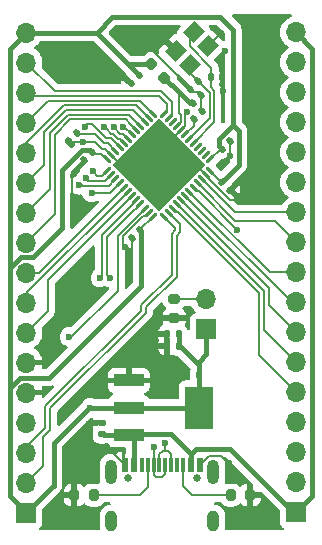
<source format=gbr>
%TF.GenerationSoftware,KiCad,Pcbnew,8.0.5*%
%TF.CreationDate,2024-10-18T17:30:21-04:00*%
%TF.ProjectId,STM32F4Example,53544d33-3246-4344-9578-616d706c652e,rev?*%
%TF.SameCoordinates,Original*%
%TF.FileFunction,Copper,L1,Top*%
%TF.FilePolarity,Positive*%
%FSLAX46Y46*%
G04 Gerber Fmt 4.6, Leading zero omitted, Abs format (unit mm)*
G04 Created by KiCad (PCBNEW 8.0.5) date 2024-10-18 17:30:21*
%MOMM*%
%LPD*%
G01*
G04 APERTURE LIST*
G04 Aperture macros list*
%AMRoundRect*
0 Rectangle with rounded corners*
0 $1 Rounding radius*
0 $2 $3 $4 $5 $6 $7 $8 $9 X,Y pos of 4 corners*
0 Add a 4 corners polygon primitive as box body*
4,1,4,$2,$3,$4,$5,$6,$7,$8,$9,$2,$3,0*
0 Add four circle primitives for the rounded corners*
1,1,$1+$1,$2,$3*
1,1,$1+$1,$4,$5*
1,1,$1+$1,$6,$7*
1,1,$1+$1,$8,$9*
0 Add four rect primitives between the rounded corners*
20,1,$1+$1,$2,$3,$4,$5,0*
20,1,$1+$1,$4,$5,$6,$7,0*
20,1,$1+$1,$6,$7,$8,$9,0*
20,1,$1+$1,$8,$9,$2,$3,0*%
%AMRotRect*
0 Rectangle, with rotation*
0 The origin of the aperture is its center*
0 $1 length*
0 $2 width*
0 $3 Rotation angle, in degrees counterclockwise*
0 Add horizontal line*
21,1,$1,$2,0,0,$3*%
G04 Aperture macros list end*
%TA.AperFunction,SMDPad,CuDef*%
%ADD10RoundRect,0.140000X0.140000X0.170000X-0.140000X0.170000X-0.140000X-0.170000X0.140000X-0.170000X0*%
%TD*%
%TA.AperFunction,SMDPad,CuDef*%
%ADD11RoundRect,0.140000X-0.021213X0.219203X-0.219203X0.021213X0.021213X-0.219203X0.219203X-0.021213X0*%
%TD*%
%TA.AperFunction,ComponentPad*%
%ADD12R,1.700000X1.700000*%
%TD*%
%TA.AperFunction,ComponentPad*%
%ADD13O,1.700000X1.700000*%
%TD*%
%TA.AperFunction,SMDPad,CuDef*%
%ADD14RoundRect,0.140000X0.021213X-0.219203X0.219203X-0.021213X-0.021213X0.219203X-0.219203X0.021213X0*%
%TD*%
%TA.AperFunction,SMDPad,CuDef*%
%ADD15R,2.500000X1.100000*%
%TD*%
%TA.AperFunction,SMDPad,CuDef*%
%ADD16R,2.340000X3.600000*%
%TD*%
%TA.AperFunction,SMDPad,CuDef*%
%ADD17RoundRect,0.140000X-0.219203X-0.021213X-0.021213X-0.219203X0.219203X0.021213X0.021213X0.219203X0*%
%TD*%
%TA.AperFunction,SMDPad,CuDef*%
%ADD18RoundRect,0.218750X0.335876X0.026517X0.026517X0.335876X-0.335876X-0.026517X-0.026517X-0.335876X0*%
%TD*%
%TA.AperFunction,SMDPad,CuDef*%
%ADD19RotRect,1.400000X1.200000X225.000000*%
%TD*%
%TA.AperFunction,SMDPad,CuDef*%
%ADD20RoundRect,0.140000X0.170000X-0.140000X0.170000X0.140000X-0.170000X0.140000X-0.170000X-0.140000X0*%
%TD*%
%TA.AperFunction,ComponentPad*%
%ADD21C,0.650000*%
%TD*%
%TA.AperFunction,ComponentPad*%
%ADD22O,1.000000X2.100000*%
%TD*%
%TA.AperFunction,ComponentPad*%
%ADD23O,1.000000X1.800000*%
%TD*%
%TA.AperFunction,SMDPad,CuDef*%
%ADD24R,0.600000X1.240000*%
%TD*%
%TA.AperFunction,SMDPad,CuDef*%
%ADD25R,0.300000X1.240000*%
%TD*%
%TA.AperFunction,SMDPad,CuDef*%
%ADD26RoundRect,0.140000X-0.140000X-0.170000X0.140000X-0.170000X0.140000X0.170000X-0.140000X0.170000X0*%
%TD*%
%TA.AperFunction,SMDPad,CuDef*%
%ADD27RoundRect,0.200000X-0.200000X-0.275000X0.200000X-0.275000X0.200000X0.275000X-0.200000X0.275000X0*%
%TD*%
%TA.AperFunction,SMDPad,CuDef*%
%ADD28RoundRect,0.062500X0.220971X0.309359X-0.309359X-0.220971X-0.220971X-0.309359X0.309359X0.220971X0*%
%TD*%
%TA.AperFunction,SMDPad,CuDef*%
%ADD29RoundRect,0.062500X-0.220971X0.309359X-0.309359X0.220971X0.220971X-0.309359X0.309359X-0.220971X0*%
%TD*%
%TA.AperFunction,HeatsinkPad*%
%ADD30RotRect,5.600000X5.600000X225.000000*%
%TD*%
%TA.AperFunction,SMDPad,CuDef*%
%ADD31RoundRect,0.200000X0.200000X0.275000X-0.200000X0.275000X-0.200000X-0.275000X0.200000X-0.275000X0*%
%TD*%
%TA.AperFunction,SMDPad,CuDef*%
%ADD32RoundRect,0.200000X-0.275000X0.200000X-0.275000X-0.200000X0.275000X-0.200000X0.275000X0.200000X0*%
%TD*%
%TA.AperFunction,ViaPad*%
%ADD33C,0.600000*%
%TD*%
%TA.AperFunction,Conductor*%
%ADD34C,0.400000*%
%TD*%
%TA.AperFunction,Conductor*%
%ADD35C,0.200000*%
%TD*%
G04 APERTURE END LIST*
D10*
%TO.P,C12,1*%
%TO.N,+3V3*%
X107980000Y-100400000D03*
%TO.P,C12,2*%
%TO.N,GND*%
X107020000Y-100400000D03*
%TD*%
%TO.P,C10,1*%
%TO.N,+3V3*%
X107980000Y-99400000D03*
%TO.P,C10,2*%
%TO.N,GND*%
X107020000Y-99400000D03*
%TD*%
D11*
%TO.P,C2,1*%
%TO.N,+3V3*%
X104739411Y-90560589D03*
%TO.P,C2,2*%
%TO.N,GND*%
X104060589Y-91239411D03*
%TD*%
D12*
%TO.P,J3,1,Pin_1*%
%TO.N,+3V3*%
X95089776Y-114480951D03*
D13*
%TO.P,J3,2,Pin_2*%
%TO.N,Net-(J3-Pin_2)*%
X95089776Y-111940951D03*
%TO.P,J3,3,Pin_3*%
%TO.N,Net-(J3-Pin_3)*%
X95089776Y-109400951D03*
%TO.P,J3,4,Pin_4*%
%TO.N,Net-(J3-Pin_4)*%
X95089776Y-106860951D03*
%TO.P,J3,5,Pin_5*%
%TO.N,GND*%
X95089776Y-104320951D03*
%TO.P,J3,6,Pin_6*%
X95089776Y-101780951D03*
%TO.P,J3,7,Pin_7*%
%TO.N,Net-(J3-Pin_7)*%
X95089776Y-99240951D03*
%TO.P,J3,8,Pin_8*%
%TO.N,Net-(J3-Pin_8)*%
X95089776Y-96700951D03*
%TO.P,J3,9,Pin_9*%
%TO.N,Net-(J3-Pin_9)*%
X95089776Y-94160951D03*
%TO.P,J3,10,Pin_10*%
%TO.N,Net-(J3-Pin_10)*%
X95089776Y-91620951D03*
%TO.P,J3,11,Pin_11*%
%TO.N,Net-(J3-Pin_11)*%
X95089776Y-89080951D03*
%TO.P,J3,12,Pin_12*%
%TO.N,Net-(J3-Pin_12)*%
X95089776Y-86540951D03*
%TO.P,J3,13,Pin_13*%
%TO.N,Net-(J3-Pin_13)*%
X95089776Y-84000951D03*
%TO.P,J3,14,Pin_14*%
%TO.N,Net-(J3-Pin_14)*%
X95089776Y-81460951D03*
%TO.P,J3,15,Pin_15*%
%TO.N,Net-(J3-Pin_15)*%
X95089776Y-78920951D03*
%TO.P,J3,16,Pin_16*%
%TO.N,Net-(J3-Pin_16)*%
X95089776Y-76380951D03*
%TO.P,J3,17,Pin_17*%
%TO.N,+3V3*%
X95089776Y-73840951D03*
%TD*%
D12*
%TO.P,J1,1,Pin_1*%
%TO.N,+3V3*%
X110300000Y-98975000D03*
D13*
%TO.P,J1,2,Pin_2*%
%TO.N,Net-(J1-Pin_2)*%
X110300000Y-96435000D03*
%TD*%
D14*
%TO.P,C1,1*%
%TO.N,Net-(U4-NRST)*%
X109260589Y-81139411D03*
%TO.P,C1,2*%
%TO.N,GND*%
X109939411Y-80460589D03*
%TD*%
%TO.P,C7,1*%
%TO.N,+3.3VA*%
X109160589Y-79839411D03*
%TO.P,C7,2*%
%TO.N,GND*%
X109839411Y-79160589D03*
%TD*%
D11*
%TO.P,C8,1*%
%TO.N,/XOT*%
X109639411Y-77960589D03*
%TO.P,C8,2*%
%TO.N,GND*%
X108960589Y-78639411D03*
%TD*%
D15*
%TO.P,U2,1,ADJ/GND*%
%TO.N,GND*%
X103759999Y-103300000D03*
%TO.P,U2,2,OUTPUT*%
%TO.N,+3V3*%
X103760000Y-105600000D03*
%TO.P,U2,3,INPUT*%
%TO.N,+5V*%
X103759999Y-107900000D03*
D16*
%TO.P,U2,4,OUTPUT*%
%TO.N,+3V3*%
X109700000Y-105600000D03*
%TD*%
D17*
%TO.P,C4,1*%
%TO.N,+3V3*%
X111660589Y-86460589D03*
%TO.P,C4,2*%
%TO.N,GND*%
X112339411Y-87139411D03*
%TD*%
D11*
%TO.P,C6,1*%
%TO.N,+3V3*%
X104639411Y-77460589D03*
%TO.P,C6,2*%
%TO.N,GND*%
X103960589Y-78139411D03*
%TD*%
D18*
%TO.P,L1,1,1*%
%TO.N,+3.3VA*%
X106756847Y-77656847D03*
%TO.P,L1,2,2*%
%TO.N,+3V3*%
X105643153Y-76543153D03*
%TD*%
D11*
%TO.P,C13,1*%
%TO.N,Net-(U4-VCAP1)*%
X99339411Y-82360589D03*
%TO.P,C13,2*%
%TO.N,GND*%
X98660589Y-83039411D03*
%TD*%
D19*
%TO.P,X1,1,OSC1*%
%TO.N,/XIN*%
X109276777Y-73821142D03*
%TO.P,X1,2,GND*%
%TO.N,GND*%
X107721142Y-75376777D03*
%TO.P,X1,3,OSC2*%
%TO.N,/XOT*%
X108923223Y-76578858D03*
%TO.P,X1,4,GND*%
%TO.N,GND*%
X110478858Y-75023223D03*
%TD*%
D20*
%TO.P,C11,1*%
%TO.N,+5V*%
X101500000Y-107860000D03*
%TO.P,C11,2*%
%TO.N,GND*%
X101500000Y-106900000D03*
%TD*%
D14*
%TO.P,C5,1*%
%TO.N,+3V3*%
X111621178Y-83678822D03*
%TO.P,C5,2*%
%TO.N,GND*%
X112300000Y-83000000D03*
%TD*%
D21*
%TO.P,U3,*%
%TO.N,*%
X103700000Y-111552500D03*
X109490000Y-111552500D03*
D22*
%TO.P,U3,1,SHELL*%
%TO.N,unconnected-(U3-SHELL-Pad1)*%
X102280000Y-111052500D03*
%TO.P,U3,2,SHELL*%
%TO.N,unconnected-(U3-SHELL-Pad2)*%
X110920000Y-111052500D03*
D23*
%TO.P,U3,3,SHELL*%
%TO.N,unconnected-(U3-SHELL-Pad3)*%
X110920000Y-115232500D03*
%TO.P,U3,4,SHELL*%
%TO.N,unconnected-(U3-SHELL-Pad4)*%
X102280000Y-115232500D03*
D24*
%TO.P,U3,A1B12,GND*%
%TO.N,GND*%
X103400000Y-110432500D03*
%TO.P,U3,A4B9,VBUS*%
%TO.N,+5V*%
X104200000Y-110432500D03*
D25*
%TO.P,U3,A5,CC1*%
%TO.N,Net-(U3-CC1)*%
X105350000Y-110432500D03*
%TO.P,U3,A6,DP1*%
%TO.N,/USBD+*%
X106350000Y-110432500D03*
%TO.P,U3,A7,DN1*%
%TO.N,/USBD-*%
X106850000Y-110432500D03*
%TO.P,U3,A8,SBU1*%
%TO.N,unconnected-(U3-SBU1-PadA8)*%
X107850000Y-110432500D03*
D24*
%TO.P,U3,B1A12,GND*%
%TO.N,GND*%
X109800000Y-110432500D03*
%TO.P,U3,B4A9,VBUS*%
%TO.N,+5V*%
X109000000Y-110432500D03*
D25*
%TO.P,U3,B5,CC2*%
%TO.N,Net-(U3-CC2)*%
X108350000Y-110432500D03*
%TO.P,U3,B6,DP2*%
%TO.N,/USBD+*%
X107350000Y-110432500D03*
%TO.P,U3,B7,DN2*%
%TO.N,/USBD-*%
X105850000Y-110432500D03*
%TO.P,U3,B8,SBU2*%
%TO.N,unconnected-(U3-SBU2-PadB8)*%
X104850000Y-110432500D03*
%TD*%
D26*
%TO.P,C9,1*%
%TO.N,/XIN*%
X110720000Y-77600000D03*
%TO.P,C9,2*%
%TO.N,GND*%
X111680000Y-77600000D03*
%TD*%
D27*
%TO.P,R1,1*%
%TO.N,Net-(U3-CC2)*%
X112375000Y-113000000D03*
%TO.P,R1,2*%
%TO.N,GND*%
X114025000Y-113000000D03*
%TD*%
D28*
%TO.P,U4,1,VBAT*%
%TO.N,+3V3*%
X110661359Y-84589087D03*
%TO.P,U4,2,PC13*%
%TO.N,unconnected-(U4-PC13-Pad2)*%
X110307806Y-84235534D03*
%TO.P,U4,3,PC14*%
%TO.N,unconnected-(U4-PC14-Pad3)*%
X109954252Y-83881980D03*
%TO.P,U4,4,PC15*%
%TO.N,unconnected-(U4-PC15-Pad4)*%
X109600699Y-83528427D03*
%TO.P,U4,5,PH0*%
%TO.N,/XIN*%
X109247146Y-83174874D03*
%TO.P,U4,6,PH1*%
%TO.N,/XOT*%
X108893592Y-82821320D03*
%TO.P,U4,7,NRST*%
%TO.N,Net-(U4-NRST)*%
X108540039Y-82467767D03*
%TO.P,U4,8,VSSA*%
%TO.N,GND*%
X108186485Y-82114213D03*
%TO.P,U4,9,VDDA*%
%TO.N,+3.3VA*%
X107832932Y-81760660D03*
%TO.P,U4,10,PA0*%
%TO.N,unconnected-(U4-PA0-Pad10)*%
X107479379Y-81407107D03*
%TO.P,U4,11,PA1*%
%TO.N,Net-(J3-Pin_16)*%
X107125825Y-81053553D03*
%TO.P,U4,12,PA2*%
%TO.N,Net-(J3-Pin_15)*%
X106772272Y-80700000D03*
D29*
%TO.P,U4,13,PA3*%
%TO.N,Net-(J3-Pin_14)*%
X105800000Y-80700000D03*
%TO.P,U4,14,PA4*%
%TO.N,Net-(J3-Pin_13)*%
X105446447Y-81053553D03*
%TO.P,U4,15,PA5*%
%TO.N,Net-(J3-Pin_12)*%
X105092893Y-81407107D03*
%TO.P,U4,16,PA6*%
%TO.N,Net-(J3-Pin_11)*%
X104739340Y-81760660D03*
%TO.P,U4,17,PA7*%
%TO.N,Net-(J3-Pin_10)*%
X104385787Y-82114213D03*
%TO.P,U4,18,PB0*%
%TO.N,Net-(J2-Pin_2)*%
X104032233Y-82467767D03*
%TO.P,U4,19,PB1*%
%TO.N,Net-(J2-Pin_3)*%
X103678680Y-82821320D03*
%TO.P,U4,20,PB2*%
%TO.N,Net-(J2-Pin_4)*%
X103325126Y-83174874D03*
%TO.P,U4,21,PB10*%
%TO.N,Net-(J2-Pin_12)*%
X102971573Y-83528427D03*
%TO.P,U4,22,VCAP1*%
%TO.N,Net-(U4-VCAP1)*%
X102618020Y-83881980D03*
%TO.P,U4,23,VSS*%
%TO.N,GND*%
X102264466Y-84235534D03*
%TO.P,U4,24,VDD*%
%TO.N,+3V3*%
X101910913Y-84589087D03*
D28*
%TO.P,U4,25,PB12*%
%TO.N,Net-(J2-Pin_13)*%
X101910913Y-85561359D03*
%TO.P,U4,26,PB13*%
%TO.N,Net-(J2-Pin_14)*%
X102264466Y-85914912D03*
%TO.P,U4,27,PB14*%
%TO.N,Net-(J2-Pin_15)*%
X102618020Y-86268466D03*
%TO.P,U4,28,PB15*%
%TO.N,Net-(J2-Pin_16)*%
X102971573Y-86622019D03*
%TO.P,U4,29,PA8*%
%TO.N,Net-(J3-Pin_9)*%
X103325126Y-86975572D03*
%TO.P,U4,30,PA9*%
%TO.N,Net-(J3-Pin_8)*%
X103678680Y-87329126D03*
%TO.P,U4,31,PA10*%
%TO.N,Net-(J3-Pin_7)*%
X104032233Y-87682679D03*
%TO.P,U4,32,PA11*%
%TO.N,/USBD-*%
X104385787Y-88036233D03*
%TO.P,U4,33,PA12*%
%TO.N,/USBD+*%
X104739340Y-88389786D03*
%TO.P,U4,34,PA13*%
%TO.N,Net-(J3-Pin_4)*%
X105092893Y-88743339D03*
%TO.P,U4,35,VSS*%
%TO.N,GND*%
X105446447Y-89096893D03*
%TO.P,U4,36,VDD*%
%TO.N,+3V3*%
X105800000Y-89450446D03*
D29*
%TO.P,U4,37,PA14*%
%TO.N,Net-(J3-Pin_3)*%
X106772272Y-89450446D03*
%TO.P,U4,38,PA15*%
%TO.N,Net-(J3-Pin_2)*%
X107125825Y-89096893D03*
%TO.P,U4,39,PB3*%
%TO.N,Net-(J2-Pin_5)*%
X107479379Y-88743339D03*
%TO.P,U4,40,PB4*%
%TO.N,Net-(J2-Pin_6)*%
X107832932Y-88389786D03*
%TO.P,U4,41,PB5*%
%TO.N,Net-(J2-Pin_7)*%
X108186485Y-88036233D03*
%TO.P,U4,42,PB6*%
%TO.N,Net-(J2-Pin_8)*%
X108540039Y-87682679D03*
%TO.P,U4,43,PB7*%
%TO.N,Net-(J2-Pin_9)*%
X108893592Y-87329126D03*
%TO.P,U4,44,BOOT0*%
%TO.N,Net-(J1-Pin_2)*%
X109247146Y-86975572D03*
%TO.P,U4,45,PB8*%
%TO.N,Net-(J2-Pin_10)*%
X109600699Y-86622019D03*
%TO.P,U4,46,PB9*%
%TO.N,Net-(J2-Pin_11)*%
X109954252Y-86268466D03*
%TO.P,U4,47,VSS*%
%TO.N,GND*%
X110307806Y-85914912D03*
%TO.P,U4,48,VDD*%
%TO.N,+3V3*%
X110661359Y-85561359D03*
D30*
%TO.P,U4,49,VSS*%
%TO.N,GND*%
X106286136Y-85075223D03*
%TD*%
D31*
%TO.P,R3,1*%
%TO.N,Net-(U3-CC1)*%
X100800000Y-113000000D03*
%TO.P,R3,2*%
%TO.N,GND*%
X99150000Y-113000000D03*
%TD*%
D32*
%TO.P,R2,1*%
%TO.N,Net-(J1-Pin_2)*%
X107600000Y-96375000D03*
%TO.P,R2,2*%
%TO.N,GND*%
X107600000Y-98025000D03*
%TD*%
D11*
%TO.P,C3,1*%
%TO.N,+3V3*%
X100639411Y-83960589D03*
%TO.P,C3,2*%
%TO.N,GND*%
X99960589Y-84639411D03*
%TD*%
D12*
%TO.P,J2,1,Pin_1*%
%TO.N,+5V*%
X117929776Y-114470951D03*
D13*
%TO.P,J2,2,Pin_2*%
%TO.N,Net-(J2-Pin_2)*%
X117929776Y-111930951D03*
%TO.P,J2,3,Pin_3*%
%TO.N,Net-(J2-Pin_3)*%
X117929776Y-109390951D03*
%TO.P,J2,4,Pin_4*%
%TO.N,Net-(J2-Pin_4)*%
X117929776Y-106850951D03*
%TO.P,J2,5,Pin_5*%
%TO.N,Net-(J2-Pin_5)*%
X117929776Y-104310951D03*
%TO.P,J2,6,Pin_6*%
%TO.N,Net-(J2-Pin_6)*%
X117929776Y-101770951D03*
%TO.P,J2,7,Pin_7*%
%TO.N,Net-(J2-Pin_7)*%
X117929776Y-99230951D03*
%TO.P,J2,8,Pin_8*%
%TO.N,Net-(J2-Pin_8)*%
X117929776Y-96690951D03*
%TO.P,J2,9,Pin_9*%
%TO.N,Net-(J2-Pin_9)*%
X117929776Y-94150951D03*
%TO.P,J2,10,Pin_10*%
%TO.N,Net-(J2-Pin_10)*%
X117929776Y-91610951D03*
%TO.P,J2,11,Pin_11*%
%TO.N,Net-(J2-Pin_11)*%
X117929776Y-89070951D03*
%TO.P,J2,12,Pin_12*%
%TO.N,Net-(J2-Pin_12)*%
X117929776Y-86530951D03*
%TO.P,J2,13,Pin_13*%
%TO.N,Net-(J2-Pin_13)*%
X117929776Y-83990951D03*
%TO.P,J2,14,Pin_14*%
%TO.N,Net-(J2-Pin_14)*%
X117929776Y-81450951D03*
%TO.P,J2,15,Pin_15*%
%TO.N,Net-(J2-Pin_15)*%
X117929776Y-78910951D03*
%TO.P,J2,16,Pin_16*%
%TO.N,Net-(J2-Pin_16)*%
X117929776Y-76370951D03*
%TO.P,J2,17,Pin_17*%
%TO.N,+5V*%
X117929776Y-73830951D03*
%TD*%
D33*
%TO.N,GND*%
X111700000Y-78800000D03*
X101300000Y-109200000D03*
X114800000Y-85100000D03*
X113200000Y-114300000D03*
X111900000Y-75400000D03*
X114900000Y-74300000D03*
X100000000Y-88700000D03*
X103400000Y-92000000D03*
X108684441Y-80570048D03*
X112361947Y-84300000D03*
X111600000Y-73900000D03*
X103800000Y-92900000D03*
X100400000Y-107000000D03*
X112200000Y-110300000D03*
X105800000Y-75000000D03*
X104800000Y-74300000D03*
X99200000Y-76200000D03*
X113800000Y-88000000D03*
X99200000Y-111600000D03*
X103800000Y-101600000D03*
X113200000Y-111700000D03*
X105900000Y-99100000D03*
X99900000Y-83100000D03*
X99200000Y-114500000D03*
X99000000Y-88400000D03*
%TO.N,+3V3*%
X109700000Y-102800000D03*
X100500000Y-105600000D03*
%TO.N,Net-(J1-Pin_2)*%
X112956497Y-90543503D03*
%TO.N,Net-(J2-Pin_2)*%
X103276210Y-81824739D03*
%TO.N,Net-(J2-Pin_14)*%
X100100000Y-86200000D03*
%TO.N,Net-(J2-Pin_13)*%
X100700000Y-85600000D03*
%TO.N,Net-(J2-Pin_12)*%
X100016735Y-81801357D03*
%TO.N,Net-(J2-Pin_4)*%
X101676547Y-81801358D03*
%TO.N,Net-(J2-Pin_15)*%
X99527180Y-86758464D03*
%TO.N,Net-(J2-Pin_16)*%
X100600000Y-87400000D03*
%TO.N,Net-(J2-Pin_3)*%
X102476549Y-81801357D03*
%TO.N,Net-(J3-Pin_4)*%
X98700000Y-99600000D03*
%TO.N,/USBD-*%
X101325000Y-94600000D03*
X105900000Y-108900000D03*
%TO.N,/USBD+*%
X106800000Y-108600000D03*
X102125003Y-94600000D03*
%TD*%
D34*
%TO.N,+3V3*%
X107980000Y-99400000D02*
X107980000Y-100400000D01*
D35*
%TO.N,GND*%
X98660589Y-83039411D02*
X98721178Y-83100000D01*
X110530000Y-109702500D02*
X111602500Y-109702500D01*
X105126917Y-89416423D02*
X105446447Y-89096893D01*
X101500000Y-83700000D02*
X100900000Y-83100000D01*
X111680000Y-77600000D02*
X111680000Y-75620000D01*
X98927180Y-88327180D02*
X98927180Y-85672820D01*
X103300000Y-91101918D02*
X104985495Y-89416423D01*
X110478858Y-75023223D02*
X110478858Y-75021142D01*
X109221178Y-78900000D02*
X108960589Y-78639411D01*
X109839411Y-79160589D02*
X109578822Y-78900000D01*
X105800000Y-75400000D02*
X105800000Y-75000000D01*
X99000000Y-88400000D02*
X98927180Y-88327180D01*
X112337330Y-88000000D02*
X113800000Y-88000000D01*
X102264466Y-84235534D02*
X103104155Y-85075223D01*
X104060589Y-92639411D02*
X104060589Y-91239411D01*
X108960589Y-78639411D02*
X108960589Y-78560589D01*
X108186485Y-82114213D02*
X106286136Y-84014562D01*
X109839411Y-80360589D02*
X109839411Y-79160589D01*
X102167500Y-109200000D02*
X101300000Y-109200000D01*
X102264466Y-84235534D02*
X101728932Y-83700000D01*
X110307806Y-85970476D02*
X112337330Y-88000000D01*
X103300000Y-91900000D02*
X103300000Y-91101918D01*
X103104155Y-85075223D02*
X106286136Y-85075223D01*
X111602500Y-109702500D02*
X112200000Y-110300000D01*
X109578822Y-78900000D02*
X109221178Y-78900000D01*
X111680000Y-75620000D02*
X111900000Y-75400000D01*
X108552463Y-80702026D02*
X108552463Y-81748235D01*
X110478858Y-75021142D02*
X111600000Y-73900000D01*
X101728932Y-83700000D02*
X101500000Y-83700000D01*
X103400000Y-92000000D02*
X103300000Y-91900000D01*
X112300000Y-84238053D02*
X112361947Y-84300000D01*
X108684441Y-80570048D02*
X108552463Y-80702026D01*
X103800000Y-92900000D02*
X104060589Y-92639411D01*
X112300000Y-83000000D02*
X112300000Y-84238053D01*
X109468117Y-85075223D02*
X106286136Y-85075223D01*
X110307806Y-85914912D02*
X110307806Y-85970476D01*
X108960589Y-78560589D02*
X105800000Y-75400000D01*
X106286136Y-84014562D02*
X106286136Y-85075223D01*
X110307806Y-85914912D02*
X109468117Y-85075223D01*
X109800000Y-110432500D02*
X110530000Y-109702500D01*
X98927180Y-85672820D02*
X99960589Y-84639411D01*
X100900000Y-83100000D02*
X99900000Y-83100000D01*
X104985495Y-89416423D02*
X105126917Y-89416423D01*
X103400000Y-110432500D02*
X102167500Y-109200000D01*
X108552463Y-81748235D02*
X108186485Y-82114213D01*
X98721178Y-83100000D02*
X99900000Y-83100000D01*
X109939411Y-80460589D02*
X109839411Y-80360589D01*
D34*
%TO.N,+3V3*%
X109700000Y-105600000D02*
X109700000Y-102800000D01*
X98099880Y-85496028D02*
X99795908Y-83800000D01*
X100500000Y-105600000D02*
X100400000Y-105600000D01*
D35*
X104739411Y-90511035D02*
X105800000Y-89450446D01*
D34*
X104822536Y-90643714D02*
X104739411Y-90560589D01*
X101019773Y-73840951D02*
X103639411Y-76460589D01*
X97400000Y-112200000D02*
X97370727Y-112200000D01*
X103760000Y-105600000D02*
X109700000Y-105600000D01*
X111401975Y-82893933D02*
X111401975Y-83459619D01*
X93700000Y-103200000D02*
X93700000Y-93800000D01*
X103721975Y-76543153D02*
X103639411Y-76460589D01*
X95089776Y-73840951D02*
X101019773Y-73840951D01*
X93700000Y-93800000D02*
X93700000Y-75230727D01*
X109700000Y-101700000D02*
X110300000Y-101100000D01*
X111401975Y-83459619D02*
X111621178Y-83678822D01*
D35*
X111560589Y-86460589D02*
X110661359Y-85561359D01*
D34*
X113061947Y-85059231D02*
X111660589Y-86460589D01*
X110300000Y-101100000D02*
X110300000Y-98975000D01*
X93700000Y-113091175D02*
X93700000Y-103200000D01*
X95629049Y-92870951D02*
X98099880Y-90400120D01*
X98099880Y-90400120D02*
X98099880Y-85496028D01*
X97036156Y-103070951D02*
X104822536Y-95284571D01*
X94612009Y-92870951D02*
X95629049Y-92870951D01*
X103639411Y-76460589D02*
X104639411Y-77460589D01*
X102358821Y-72501903D02*
X111501903Y-72501903D01*
X94572009Y-103070951D02*
X97036156Y-103070951D01*
X101019773Y-73840951D02*
X102358821Y-72501903D01*
X111501903Y-72501903D02*
X112600000Y-73600000D01*
X100478822Y-83800000D02*
X100639411Y-83960589D01*
X93700000Y-103942960D02*
X94572009Y-103070951D01*
X113061947Y-82157855D02*
X113061947Y-85059231D01*
X103760000Y-105600000D02*
X100500000Y-105600000D01*
D35*
X100778822Y-84100000D02*
X100639411Y-83960589D01*
D34*
X109700000Y-102800000D02*
X109700000Y-102020000D01*
X95089776Y-114480951D02*
X93700000Y-113091175D01*
X100400000Y-105600000D02*
X97400000Y-108600000D01*
D35*
X101421826Y-84100000D02*
X100778822Y-84100000D01*
D34*
X112600000Y-73600000D02*
X112600000Y-81695908D01*
X105643153Y-76543153D02*
X103721975Y-76543153D01*
D35*
X111571624Y-83678822D02*
X110661359Y-84589087D01*
D34*
X104822536Y-95284571D02*
X104822536Y-90643714D01*
X99795908Y-83800000D02*
X100478822Y-83800000D01*
X93700000Y-75230727D02*
X95089776Y-73840951D01*
D35*
X104739411Y-90560589D02*
X104739411Y-90511035D01*
D34*
X97400000Y-108600000D02*
X97400000Y-112200000D01*
X112600000Y-81695908D02*
X113061947Y-82157855D01*
X93700000Y-93782960D02*
X94612009Y-92870951D01*
D35*
X111621178Y-83678822D02*
X111571624Y-83678822D01*
D34*
X93700000Y-104100000D02*
X93700000Y-103942960D01*
D35*
X101910913Y-84589087D02*
X101421826Y-84100000D01*
D34*
X93700000Y-93800000D02*
X93700000Y-93782960D01*
X109700000Y-102020000D02*
X109700000Y-101700000D01*
X97370727Y-112200000D02*
X95089776Y-114480951D01*
D35*
X111660589Y-86460589D02*
X111560589Y-86460589D01*
D34*
X109700000Y-102020000D02*
X107980000Y-100300000D01*
X112600000Y-81695908D02*
X111401975Y-82893933D01*
%TO.N,+3.3VA*%
X106756847Y-77656847D02*
X108000000Y-78900000D01*
D35*
X108152463Y-81441129D02*
X108152463Y-80847537D01*
D34*
X108939411Y-79839411D02*
X109160589Y-79839411D01*
X108000000Y-78900000D02*
X108939411Y-79839411D01*
D35*
X108000000Y-80695074D02*
X108000000Y-78900000D01*
X107832932Y-81760660D02*
X108152463Y-81441129D01*
X108152463Y-80847537D02*
X108000000Y-80695074D01*
%TO.N,/XOT*%
X108893592Y-82821320D02*
X110600000Y-81114912D01*
X108923223Y-77244401D02*
X108923223Y-76578858D01*
X110600000Y-78921178D02*
X108923223Y-77244401D01*
X110600000Y-81114912D02*
X110600000Y-78921178D01*
%TO.N,/XIN*%
X110720000Y-78475492D02*
X110720000Y-76820000D01*
X108900000Y-74197919D02*
X109276777Y-73821142D01*
X108900000Y-75000000D02*
X108900000Y-74197919D01*
X111000000Y-81422020D02*
X111000000Y-78755492D01*
X109247146Y-83174874D02*
X111000000Y-81422020D01*
X110720000Y-76820000D02*
X108900000Y-75000000D01*
X111000000Y-78755492D02*
X110720000Y-78475492D01*
D34*
%TO.N,+5V*%
X109000000Y-109512500D02*
X109412500Y-109100000D01*
X103859999Y-107800000D02*
X107287500Y-107800000D01*
X103759999Y-107900000D02*
X101680000Y-107900000D01*
X109412500Y-109100000D02*
X112300000Y-109100000D01*
X104200000Y-108340001D02*
X104200000Y-110432500D01*
X112300000Y-109100000D02*
X117670951Y-114470951D01*
X107287500Y-107800000D02*
X109000000Y-109512500D01*
X117670951Y-114470951D02*
X117929776Y-114470951D01*
X109000000Y-109512500D02*
X109000000Y-110432500D01*
X103759999Y-107900000D02*
X103859999Y-107800000D01*
X117929776Y-114470951D02*
X119300000Y-113100727D01*
X119300000Y-75201175D02*
X117929776Y-73830951D01*
X103759999Y-107900000D02*
X104200000Y-108340001D01*
X119300000Y-113100727D02*
X119300000Y-75201175D01*
D35*
%TO.N,Net-(J1-Pin_2)*%
X109708097Y-87295103D02*
X109566677Y-87295103D01*
X110300000Y-96435000D02*
X107660000Y-96435000D01*
X112956497Y-90543503D02*
X109708097Y-87295103D01*
X109566677Y-87295103D02*
X109247146Y-86975572D01*
X107660000Y-96435000D02*
X107600000Y-96375000D01*
%TO.N,Net-(J2-Pin_2)*%
X103276210Y-81824739D02*
X103389205Y-81824739D01*
X103389205Y-81824739D02*
X104032233Y-82467767D01*
%TO.N,Net-(J2-Pin_10)*%
X116118825Y-89800000D02*
X117929776Y-91610951D01*
X112778680Y-89800000D02*
X116118825Y-89800000D01*
X109600699Y-86622019D02*
X112778680Y-89800000D01*
%TO.N,Net-(J2-Pin_14)*%
X101779378Y-86400000D02*
X102264466Y-85914912D01*
X100100000Y-86200000D02*
X100300000Y-86400000D01*
X100300000Y-86400000D02*
X101779378Y-86400000D01*
%TO.N,Net-(J2-Pin_7)*%
X115600000Y-96901175D02*
X117929776Y-99230951D01*
X115600000Y-95449748D02*
X115600000Y-96901175D01*
X108186485Y-88036233D02*
X115600000Y-95449748D01*
%TO.N,Net-(J2-Pin_5)*%
X107798909Y-89062869D02*
X107940329Y-89062869D01*
X107940329Y-89062869D02*
X114800000Y-95922540D01*
X107479379Y-88743339D02*
X107798909Y-89062869D01*
X114800000Y-101181175D02*
X117929776Y-104310951D01*
X114800000Y-95922540D02*
X114800000Y-101181175D01*
%TO.N,Net-(J2-Pin_13)*%
X100700000Y-85600000D02*
X101100000Y-86000000D01*
X101472272Y-86000000D02*
X101910913Y-85561359D01*
X101100000Y-86000000D02*
X101472272Y-86000000D01*
%TO.N,Net-(J2-Pin_6)*%
X115200000Y-99041175D02*
X117929776Y-101770951D01*
X107832932Y-88389786D02*
X115200000Y-95756854D01*
X115200000Y-95756854D02*
X115200000Y-99041175D01*
%TO.N,Net-(J2-Pin_12)*%
X100628020Y-81601358D02*
X100216734Y-81601358D01*
X100216734Y-81601358D02*
X100016735Y-81801357D01*
X102971573Y-83528427D02*
X102244504Y-82801358D01*
X101828020Y-82801358D02*
X100628020Y-81601358D01*
X102244504Y-82801358D02*
X101828020Y-82801358D01*
%TO.N,Net-(J2-Pin_8)*%
X117548311Y-96690951D02*
X117929776Y-96690951D01*
X108540039Y-87682679D02*
X117548311Y-96690951D01*
%TO.N,Net-(J2-Pin_4)*%
X102833577Y-82824745D02*
X102974997Y-82824745D01*
X101876552Y-82001363D02*
X101876552Y-82049887D01*
X101876552Y-82049887D02*
X102228023Y-82401358D01*
X101676547Y-81801358D02*
X101876552Y-82001363D01*
X102410190Y-82401358D02*
X102833577Y-82824745D01*
X102228023Y-82401358D02*
X102410190Y-82401358D01*
X102974997Y-82824745D02*
X103325126Y-83174874D01*
%TO.N,Net-(J2-Pin_9)*%
X115715417Y-94150951D02*
X117929776Y-94150951D01*
X108893592Y-87329126D02*
X115715417Y-94150951D01*
%TO.N,Net-(J2-Pin_15)*%
X99809935Y-86758464D02*
X99851471Y-86800000D01*
X99527180Y-86758464D02*
X99809935Y-86758464D01*
X102086486Y-86800000D02*
X102618020Y-86268466D01*
X99851471Y-86800000D02*
X102086486Y-86800000D01*
%TO.N,Net-(J2-Pin_16)*%
X100600000Y-87400000D02*
X102193592Y-87400000D01*
X102193592Y-87400000D02*
X102971573Y-86622019D01*
%TO.N,Net-(J2-Pin_11)*%
X112756737Y-89070951D02*
X117929776Y-89070951D01*
X109954252Y-86268466D02*
X112756737Y-89070951D01*
%TO.N,Net-(J2-Pin_3)*%
X103282105Y-82424745D02*
X103678680Y-82821320D01*
X102476549Y-81801357D02*
X102476549Y-81873607D01*
X102476549Y-81873607D02*
X103027687Y-82424745D01*
X103027687Y-82424745D02*
X103282105Y-82424745D01*
%TO.N,Net-(J3-Pin_12)*%
X105092893Y-81407107D02*
X104087144Y-80401358D01*
X104087144Y-80401358D02*
X103139552Y-80401358D01*
X96600000Y-82265686D02*
X96600000Y-85030727D01*
X103139552Y-80401358D02*
X103138194Y-80400000D01*
X103138194Y-80400000D02*
X98465686Y-80400000D01*
X98465686Y-80400000D02*
X96600000Y-82265686D01*
X96600000Y-85030727D02*
X95089776Y-86540951D01*
%TO.N,Net-(J3-Pin_10)*%
X103501358Y-81201358D02*
X99101358Y-81201358D01*
X99100000Y-81200000D02*
X98797058Y-81200000D01*
X97500000Y-89210727D02*
X95089776Y-91620951D01*
X97500000Y-82497058D02*
X97500000Y-89210727D01*
X103856497Y-81584923D02*
X103856497Y-81556497D01*
X98797058Y-81200000D02*
X97500000Y-82497058D01*
X99101358Y-81201358D02*
X99100000Y-81200000D01*
X103856497Y-81556497D02*
X103501358Y-81201358D01*
X104385787Y-82114213D02*
X103856497Y-81584923D01*
%TO.N,Net-(J3-Pin_2)*%
X107800000Y-91065686D02*
X107800000Y-94500000D01*
X107800000Y-94500000D02*
X105200000Y-97100000D01*
X107125825Y-89096893D02*
X108100000Y-90071068D01*
X105200000Y-97565686D02*
X97100000Y-105665686D01*
X97100000Y-107511050D02*
X96500000Y-108111050D01*
X96500000Y-108111050D02*
X96500000Y-110530727D01*
X105200000Y-97100000D02*
X105200000Y-97565686D01*
X108100000Y-90765686D02*
X107800000Y-91065686D01*
X108100000Y-90071068D02*
X108100000Y-90765686D01*
X97100000Y-105665686D02*
X97100000Y-107511050D01*
X96500000Y-110530727D02*
X95089776Y-111940951D01*
%TO.N,Net-(J3-Pin_9)*%
X96139747Y-94160951D02*
X95089776Y-94160951D01*
X103325126Y-86975572D02*
X96139747Y-94160951D01*
%TO.N,Net-(J3-Pin_8)*%
X103678680Y-87329126D02*
X95089776Y-95918030D01*
X95089776Y-95918030D02*
X95089776Y-96700951D01*
%TO.N,Net-(J3-Pin_16)*%
X97508825Y-78800000D02*
X95089776Y-76380951D01*
X104161312Y-78801358D02*
X103802292Y-78801358D01*
X107445356Y-80734022D02*
X107445356Y-79745356D01*
X106500000Y-78800000D02*
X104162670Y-78800000D01*
X103802292Y-78801358D02*
X103800934Y-78800000D01*
X104162670Y-78800000D02*
X104161312Y-78801358D01*
X107125825Y-81053553D02*
X107445356Y-80734022D01*
X107445356Y-79745356D02*
X106500000Y-78800000D01*
X103800934Y-78800000D02*
X97508825Y-78800000D01*
%TO.N,Net-(J3-Pin_11)*%
X102973867Y-80801358D02*
X102972509Y-80800000D01*
X104739340Y-81760660D02*
X103780038Y-80801358D01*
X102972509Y-80800000D02*
X98631372Y-80800000D01*
X97100000Y-87070727D02*
X95089776Y-89080951D01*
X98631372Y-80800000D02*
X97100000Y-82331372D01*
X103780038Y-80801358D02*
X102973867Y-80801358D01*
X97100000Y-82331372D02*
X97100000Y-87070727D01*
%TO.N,Net-(J3-Pin_3)*%
X107400000Y-94334314D02*
X104800000Y-96934314D01*
X107400000Y-90900000D02*
X107400000Y-94334314D01*
X96700000Y-105500000D02*
X96700000Y-107345364D01*
X96700000Y-107345364D02*
X95089776Y-108955588D01*
X107700000Y-90600000D02*
X107400000Y-90900000D01*
X106772272Y-89450446D02*
X107700000Y-90378174D01*
X95089776Y-108955588D02*
X95089776Y-109400951D01*
X107700000Y-90378174D02*
X107700000Y-90600000D01*
X104800000Y-96934314D02*
X104800000Y-97400000D01*
X104800000Y-97400000D02*
X96700000Y-105500000D01*
%TO.N,Net-(J3-Pin_4)*%
X98700000Y-99600000D02*
X98900000Y-99600000D01*
X98900000Y-99600000D02*
X102800000Y-95700000D01*
X102800000Y-95700000D02*
X102800000Y-91036232D01*
X102800000Y-91036232D02*
X105092893Y-88743339D01*
%TO.N,Net-(J3-Pin_14)*%
X105800000Y-80700000D02*
X104700000Y-79600000D01*
X104700000Y-79600000D02*
X104494042Y-79600000D01*
X104494042Y-79600000D02*
X104492684Y-79601358D01*
X103469564Y-79600000D02*
X96950727Y-79600000D01*
X103470922Y-79601358D02*
X103469564Y-79600000D01*
X104492684Y-79601358D02*
X103470922Y-79601358D01*
X96950727Y-79600000D02*
X95089776Y-81460951D01*
%TO.N,Net-(J3-Pin_15)*%
X106334314Y-79200000D02*
X104328356Y-79200000D01*
X104328356Y-79200000D02*
X104326998Y-79201358D01*
X103635249Y-79200000D02*
X95368825Y-79200000D01*
X106772272Y-80700000D02*
X106995496Y-80476776D01*
X104326998Y-79201358D02*
X103636607Y-79201358D01*
X95368825Y-79200000D02*
X95089776Y-78920951D01*
X106995496Y-80476776D02*
X106995496Y-79861182D01*
X103636607Y-79201358D02*
X103635249Y-79200000D01*
X106995496Y-79861182D02*
X106334314Y-79200000D01*
%TO.N,Net-(J3-Pin_7)*%
X104032233Y-87682679D02*
X104017321Y-87682679D01*
X96900000Y-94800000D02*
X96900000Y-97430727D01*
X96900000Y-97430727D02*
X95089776Y-99240951D01*
X104017321Y-87682679D02*
X96900000Y-94800000D01*
%TO.N,Net-(J3-Pin_13)*%
X103305237Y-80001358D02*
X103303879Y-80000000D01*
X95089776Y-83210224D02*
X95089776Y-84000951D01*
X105446447Y-81053553D02*
X104394252Y-80001358D01*
X98300000Y-80000000D02*
X95089776Y-83210224D01*
X104394252Y-80001358D02*
X103305237Y-80001358D01*
X103303879Y-80000000D02*
X98300000Y-80000000D01*
%TO.N,Net-(U3-CC2)*%
X108350000Y-110432500D02*
X108350000Y-112250000D01*
X109100000Y-113000000D02*
X112275000Y-113000000D01*
X108350000Y-112250000D02*
X109100000Y-113000000D01*
X112275000Y-113000000D02*
X112375000Y-113100000D01*
%TO.N,Net-(U3-CC1)*%
X105350000Y-112350000D02*
X104700000Y-113000000D01*
X104700000Y-113000000D02*
X100800000Y-113000000D01*
X105350000Y-110432500D02*
X105350000Y-112350000D01*
%TO.N,/USBD-*%
X105850000Y-111302500D02*
X106047500Y-111500000D01*
X101475000Y-90982376D02*
X103990071Y-88467305D01*
X105900000Y-108900000D02*
X105850000Y-108950000D01*
X103990071Y-88431949D02*
X104385787Y-88036233D01*
X101325000Y-94600000D02*
X101475000Y-94450000D01*
X106047500Y-111500000D02*
X106600000Y-111500000D01*
X103990071Y-88467305D02*
X103990071Y-88431949D01*
X106850000Y-111250000D02*
X106850000Y-110432500D01*
X105850000Y-110432500D02*
X105850000Y-111302500D01*
X106600000Y-111500000D02*
X106850000Y-111250000D01*
X105850000Y-108950000D02*
X105850000Y-110432500D01*
X101475000Y-94450000D02*
X101475000Y-90982376D01*
%TO.N,/USBD+*%
X107350000Y-109550000D02*
X107350000Y-110432500D01*
X104343624Y-88785502D02*
X104739340Y-88389786D01*
X107100000Y-109300000D02*
X107350000Y-109550000D01*
X101925000Y-91168770D02*
X104308268Y-88785502D01*
X101925000Y-94399997D02*
X101925000Y-91168770D01*
X106800000Y-109200000D02*
X106900000Y-109300000D01*
X106800000Y-108600000D02*
X106800000Y-109200000D01*
X106612500Y-109300000D02*
X106900000Y-109300000D01*
X106900000Y-109300000D02*
X107100000Y-109300000D01*
X106350000Y-109562500D02*
X106612500Y-109300000D01*
X104308268Y-88785502D02*
X104343624Y-88785502D01*
X102125003Y-94600000D02*
X101925000Y-94399997D01*
X106350000Y-110432500D02*
X106350000Y-109562500D01*
%TO.N,Net-(U4-NRST)*%
X108540039Y-82467767D02*
X109260589Y-81747217D01*
X109260589Y-81747217D02*
X109260589Y-81139411D01*
%TO.N,Net-(U4-VCAP1)*%
X102618020Y-83881980D02*
X101960976Y-83224936D01*
X101960976Y-83224936D02*
X101960976Y-83201358D01*
X101662334Y-83201358D02*
X101428020Y-82967043D01*
X101960976Y-83201358D02*
X101662334Y-83201358D01*
X100862333Y-82401357D02*
X99380179Y-82401357D01*
X99380179Y-82401357D02*
X99339411Y-82360589D01*
X101428020Y-82967043D02*
X100862333Y-82401357D01*
%TD*%
%TA.AperFunction,Conductor*%
%TO.N,GND*%
G36*
X100630320Y-106462849D02*
G01*
X100686253Y-106504721D01*
X100710670Y-106570185D01*
X100706063Y-106613625D01*
X100695495Y-106650000D01*
X101626000Y-106650000D01*
X101693039Y-106669685D01*
X101738794Y-106722489D01*
X101750000Y-106774000D01*
X101750000Y-106955500D01*
X101730315Y-107022539D01*
X101677511Y-107068294D01*
X101626000Y-107079500D01*
X101265302Y-107079500D01*
X101229008Y-107082356D01*
X101229002Y-107082357D01*
X101073610Y-107127503D01*
X101073605Y-107127506D01*
X101064766Y-107132732D01*
X101001648Y-107150000D01*
X100695496Y-107150000D01*
X100737968Y-107296194D01*
X100749911Y-107316389D01*
X100767092Y-107384113D01*
X100749911Y-107442628D01*
X100737506Y-107463604D01*
X100737504Y-107463609D01*
X100692357Y-107619002D01*
X100692356Y-107619008D01*
X100689500Y-107655302D01*
X100689500Y-108064697D01*
X100692356Y-108100991D01*
X100692357Y-108100997D01*
X100737504Y-108256390D01*
X100737505Y-108256393D01*
X100819881Y-108395684D01*
X100819887Y-108395692D01*
X100934307Y-108510112D01*
X100934311Y-108510115D01*
X100934313Y-108510117D01*
X101073605Y-108592494D01*
X101114587Y-108604400D01*
X101229002Y-108637642D01*
X101229005Y-108637642D01*
X101229007Y-108637643D01*
X101265310Y-108640500D01*
X101265318Y-108640500D01*
X101734682Y-108640500D01*
X101734690Y-108640500D01*
X101770993Y-108637643D01*
X101770995Y-108637642D01*
X101770997Y-108637642D01*
X101881891Y-108605424D01*
X101916486Y-108600500D01*
X101945858Y-108600500D01*
X102012897Y-108620185D01*
X102058652Y-108672989D01*
X102062029Y-108681140D01*
X102066203Y-108692331D01*
X102066204Y-108692332D01*
X102066205Y-108692335D01*
X102152451Y-108807544D01*
X102152454Y-108807547D01*
X102267663Y-108893793D01*
X102267670Y-108893797D01*
X102402516Y-108944091D01*
X102402515Y-108944091D01*
X102409443Y-108944835D01*
X102462126Y-108950500D01*
X103375500Y-108950499D01*
X103442539Y-108970183D01*
X103488294Y-109022987D01*
X103499500Y-109074499D01*
X103499500Y-109471061D01*
X103479815Y-109538100D01*
X103474767Y-109545372D01*
X103456204Y-109570168D01*
X103456202Y-109570171D01*
X103405908Y-109705017D01*
X103399501Y-109764616D01*
X103399500Y-109764635D01*
X103399500Y-109969215D01*
X103379815Y-110036254D01*
X103327011Y-110082009D01*
X103257853Y-110091953D01*
X103194297Y-110062928D01*
X103166144Y-110027673D01*
X103164644Y-110024867D01*
X103150000Y-109966409D01*
X103150000Y-109312500D01*
X103052155Y-109312500D01*
X102992627Y-109318901D01*
X102992620Y-109318903D01*
X102857913Y-109369145D01*
X102857906Y-109369149D01*
X102742812Y-109455309D01*
X102711317Y-109497381D01*
X102655383Y-109539251D01*
X102585691Y-109544235D01*
X102576052Y-109541728D01*
X102571835Y-109540448D01*
X102378543Y-109502000D01*
X102378541Y-109502000D01*
X102181459Y-109502000D01*
X102181457Y-109502000D01*
X101988170Y-109540447D01*
X101988160Y-109540450D01*
X101806092Y-109615864D01*
X101806079Y-109615871D01*
X101642218Y-109725360D01*
X101642214Y-109725363D01*
X101502863Y-109864714D01*
X101502860Y-109864718D01*
X101393371Y-110028579D01*
X101393364Y-110028592D01*
X101317950Y-110210660D01*
X101317947Y-110210670D01*
X101279500Y-110403956D01*
X101279500Y-111701045D01*
X101318807Y-111898653D01*
X101312580Y-111968244D01*
X101269717Y-112023422D01*
X101203827Y-112046666D01*
X101160302Y-112041230D01*
X101127196Y-112030914D01*
X101056616Y-112024500D01*
X100543384Y-112024500D01*
X100524145Y-112026248D01*
X100472807Y-112030913D01*
X100310393Y-112081522D01*
X100164811Y-112169530D01*
X100164810Y-112169531D01*
X100062327Y-112272015D01*
X100001004Y-112305500D01*
X99931312Y-112300516D01*
X99886965Y-112272015D01*
X99784877Y-112169927D01*
X99639395Y-112081980D01*
X99639396Y-112081980D01*
X99477105Y-112031409D01*
X99477106Y-112031409D01*
X99406572Y-112025000D01*
X99400000Y-112025000D01*
X99400000Y-113974999D01*
X99406581Y-113974999D01*
X99477102Y-113968591D01*
X99477107Y-113968590D01*
X99639396Y-113918018D01*
X99784877Y-113830072D01*
X99784878Y-113830071D01*
X99886963Y-113727985D01*
X99948286Y-113694499D01*
X100017977Y-113699483D01*
X100062326Y-113727984D01*
X100164811Y-113830469D01*
X100164813Y-113830470D01*
X100164815Y-113830472D01*
X100310394Y-113918478D01*
X100472804Y-113969086D01*
X100543384Y-113975500D01*
X100543387Y-113975500D01*
X101056613Y-113975500D01*
X101056616Y-113975500D01*
X101127196Y-113969086D01*
X101289606Y-113918478D01*
X101435185Y-113830472D01*
X101555472Y-113710185D01*
X101585598Y-113660349D01*
X101637126Y-113613162D01*
X101691715Y-113600500D01*
X102086295Y-113600500D01*
X102153334Y-113620185D01*
X102199089Y-113672989D01*
X102209033Y-113742147D01*
X102180008Y-113805703D01*
X102121230Y-113843477D01*
X102110487Y-113846117D01*
X101988170Y-113870447D01*
X101988160Y-113870450D01*
X101806092Y-113945864D01*
X101806079Y-113945871D01*
X101642218Y-114055360D01*
X101642214Y-114055363D01*
X101502863Y-114194714D01*
X101502860Y-114194718D01*
X101393371Y-114358579D01*
X101393364Y-114358592D01*
X101317950Y-114540660D01*
X101317947Y-114540670D01*
X101279500Y-114733956D01*
X101279500Y-115731045D01*
X101303422Y-115851309D01*
X101297195Y-115920900D01*
X101254332Y-115976078D01*
X101188442Y-115999322D01*
X101181805Y-115999500D01*
X96254433Y-115999500D01*
X96187394Y-115979815D01*
X96141639Y-115927011D01*
X96131695Y-115857853D01*
X96160720Y-115794297D01*
X96180122Y-115776234D01*
X96259117Y-115717096D01*
X96297322Y-115688497D01*
X96383572Y-115573282D01*
X96433867Y-115438434D01*
X96440276Y-115378824D01*
X96440275Y-114172468D01*
X96459960Y-114105430D01*
X96476589Y-114084793D01*
X97229800Y-113331582D01*
X98250001Y-113331582D01*
X98256408Y-113402102D01*
X98256409Y-113402107D01*
X98306981Y-113564396D01*
X98394927Y-113709877D01*
X98515122Y-113830072D01*
X98660604Y-113918019D01*
X98660603Y-113918019D01*
X98822894Y-113968590D01*
X98822893Y-113968590D01*
X98893408Y-113974998D01*
X98893426Y-113974999D01*
X98899999Y-113974998D01*
X98900000Y-113974998D01*
X98900000Y-113250000D01*
X98250001Y-113250000D01*
X98250001Y-113331582D01*
X97229800Y-113331582D01*
X97749692Y-112811690D01*
X97768471Y-112796278D01*
X97846542Y-112744114D01*
X97944114Y-112646542D01*
X98020775Y-112531811D01*
X98020777Y-112531804D01*
X98023645Y-112526441D01*
X98026178Y-112527795D01*
X98062190Y-112482936D01*
X98070738Y-112480073D01*
X98198206Y-112480073D01*
X98243881Y-112528947D01*
X98256592Y-112595880D01*
X98250000Y-112668427D01*
X98250000Y-112750000D01*
X98900000Y-112750000D01*
X98900000Y-112025000D01*
X98899999Y-112024999D01*
X98893436Y-112025000D01*
X98893417Y-112025001D01*
X98822897Y-112031408D01*
X98822892Y-112031409D01*
X98660603Y-112081981D01*
X98515122Y-112169927D01*
X98394927Y-112290122D01*
X98315453Y-112421588D01*
X98263925Y-112468776D01*
X98198206Y-112480073D01*
X98070738Y-112480073D01*
X98128443Y-112460747D01*
X98177511Y-112473172D01*
X98130737Y-112453345D01*
X98091363Y-112395626D01*
X98087719Y-112333245D01*
X98100500Y-112268994D01*
X98100500Y-108941518D01*
X98120185Y-108874479D01*
X98136814Y-108853842D01*
X100499307Y-106491348D01*
X100560628Y-106457865D01*
X100630320Y-106462849D01*
G37*
%TD.AperFunction*%
%TA.AperFunction,Conductor*%
G36*
X112025520Y-109820185D02*
G01*
X112046162Y-109836819D01*
X114238681Y-112029338D01*
X114272166Y-112090661D01*
X114275000Y-112117019D01*
X114275000Y-112750000D01*
X114907981Y-112750000D01*
X114975020Y-112769685D01*
X114995662Y-112786319D01*
X116542957Y-114333614D01*
X116576442Y-114394937D01*
X116579276Y-114421295D01*
X116579276Y-115368821D01*
X116579277Y-115368827D01*
X116585684Y-115428434D01*
X116635978Y-115563279D01*
X116635982Y-115563286D01*
X116722228Y-115678495D01*
X116722231Y-115678498D01*
X116837445Y-115764748D01*
X116840963Y-115766669D01*
X116843796Y-115769503D01*
X116844545Y-115770063D01*
X116844464Y-115770170D01*
X116890368Y-115816075D01*
X116905219Y-115884348D01*
X116880801Y-115949812D01*
X116824867Y-115991682D01*
X116781535Y-115999500D01*
X112018195Y-115999500D01*
X111951156Y-115979815D01*
X111905401Y-115927011D01*
X111895457Y-115857853D01*
X111896578Y-115851309D01*
X111920499Y-115731045D01*
X111920500Y-115731043D01*
X111920500Y-114733956D01*
X111882052Y-114540670D01*
X111882051Y-114540669D01*
X111882051Y-114540665D01*
X111821689Y-114394937D01*
X111806635Y-114358592D01*
X111806628Y-114358579D01*
X111697139Y-114194718D01*
X111697136Y-114194714D01*
X111557785Y-114055363D01*
X111557781Y-114055360D01*
X111393920Y-113945871D01*
X111393907Y-113945864D01*
X111211839Y-113870450D01*
X111211829Y-113870447D01*
X111089513Y-113846117D01*
X111027603Y-113813732D01*
X110993028Y-113753016D01*
X110996768Y-113683247D01*
X111037635Y-113626575D01*
X111102653Y-113600994D01*
X111113705Y-113600500D01*
X111483285Y-113600500D01*
X111550324Y-113620185D01*
X111589401Y-113660349D01*
X111619342Y-113709877D01*
X111619530Y-113710188D01*
X111739811Y-113830469D01*
X111739813Y-113830470D01*
X111739815Y-113830472D01*
X111885394Y-113918478D01*
X112047804Y-113969086D01*
X112118384Y-113975500D01*
X112118387Y-113975500D01*
X112631613Y-113975500D01*
X112631616Y-113975500D01*
X112702196Y-113969086D01*
X112864606Y-113918478D01*
X113010185Y-113830472D01*
X113112673Y-113727983D01*
X113173994Y-113694499D01*
X113243685Y-113699483D01*
X113288034Y-113727984D01*
X113390122Y-113830072D01*
X113535604Y-113918019D01*
X113535603Y-113918019D01*
X113697894Y-113968590D01*
X113697893Y-113968590D01*
X113768408Y-113974998D01*
X113768426Y-113974999D01*
X114275000Y-113974999D01*
X114281581Y-113974999D01*
X114352102Y-113968591D01*
X114352107Y-113968590D01*
X114514396Y-113918018D01*
X114659877Y-113830072D01*
X114780072Y-113709877D01*
X114868019Y-113564395D01*
X114918590Y-113402106D01*
X114925000Y-113331572D01*
X114925000Y-113250000D01*
X114275000Y-113250000D01*
X114275000Y-113974999D01*
X113768426Y-113974999D01*
X113774999Y-113974998D01*
X113775000Y-113974998D01*
X113775000Y-112025000D01*
X113774999Y-112024999D01*
X113768436Y-112025000D01*
X113768417Y-112025001D01*
X113697897Y-112031408D01*
X113697892Y-112031409D01*
X113535603Y-112081981D01*
X113390122Y-112169927D01*
X113390121Y-112169928D01*
X113288035Y-112272015D01*
X113226712Y-112305500D01*
X113157020Y-112300516D01*
X113112673Y-112272015D01*
X113010188Y-112169530D01*
X113009880Y-112169344D01*
X112864606Y-112081522D01*
X112702196Y-112030914D01*
X112702194Y-112030913D01*
X112702192Y-112030913D01*
X112652778Y-112026423D01*
X112631616Y-112024500D01*
X112118384Y-112024500D01*
X112083094Y-112027707D01*
X112047801Y-112030914D01*
X112041345Y-112032926D01*
X111971485Y-112034074D01*
X111912094Y-111997270D01*
X111882029Y-111934199D01*
X111882844Y-111890347D01*
X111887148Y-111868713D01*
X111905441Y-111776747D01*
X111920500Y-111701043D01*
X111920500Y-110403956D01*
X111882052Y-110210670D01*
X111882051Y-110210669D01*
X111882051Y-110210665D01*
X111882049Y-110210660D01*
X111806635Y-110028592D01*
X111806628Y-110028579D01*
X111783116Y-109993391D01*
X111762238Y-109926714D01*
X111780722Y-109859333D01*
X111832701Y-109812643D01*
X111886218Y-109800500D01*
X111958481Y-109800500D01*
X112025520Y-109820185D01*
G37*
%TD.AperFunction*%
%TA.AperFunction,Conductor*%
G36*
X106573200Y-96678547D02*
G01*
X106629134Y-96720418D01*
X106648253Y-96757839D01*
X106681522Y-96864606D01*
X106769530Y-97010188D01*
X106872015Y-97112673D01*
X106905500Y-97173996D01*
X106900516Y-97243688D01*
X106872015Y-97288035D01*
X106769928Y-97390121D01*
X106769927Y-97390122D01*
X106681980Y-97535604D01*
X106631409Y-97697893D01*
X106625000Y-97768427D01*
X106625000Y-97775000D01*
X108574999Y-97775000D01*
X108574999Y-97768417D01*
X108568591Y-97697897D01*
X108568590Y-97697892D01*
X108518018Y-97535603D01*
X108430072Y-97390122D01*
X108327984Y-97288034D01*
X108294499Y-97226711D01*
X108299483Y-97157019D01*
X108327983Y-97112673D01*
X108368839Y-97071818D01*
X108430162Y-97038333D01*
X108456519Y-97035500D01*
X109010909Y-97035500D01*
X109077948Y-97055185D01*
X109123292Y-97107097D01*
X109125965Y-97112830D01*
X109261501Y-97306396D01*
X109261506Y-97306402D01*
X109383430Y-97428326D01*
X109416915Y-97489649D01*
X109411931Y-97559341D01*
X109370059Y-97615274D01*
X109339083Y-97632189D01*
X109207669Y-97681203D01*
X109207664Y-97681206D01*
X109092455Y-97767452D01*
X109092452Y-97767455D01*
X109006206Y-97882664D01*
X109006202Y-97882671D01*
X108955908Y-98017517D01*
X108950598Y-98066916D01*
X108949501Y-98077123D01*
X108949500Y-98077135D01*
X108949500Y-98922521D01*
X108929815Y-98989560D01*
X108877011Y-99035315D01*
X108807853Y-99045259D01*
X108744297Y-99016234D01*
X108717513Y-98979699D01*
X108716465Y-98980320D01*
X108653712Y-98874211D01*
X108630117Y-98834313D01*
X108630115Y-98834311D01*
X108630112Y-98834307D01*
X108510171Y-98714366D01*
X108512144Y-98712392D01*
X108479023Y-98666524D01*
X108475240Y-98596757D01*
X108489818Y-98561046D01*
X108518018Y-98514397D01*
X108518019Y-98514396D01*
X108568590Y-98352106D01*
X108575000Y-98281572D01*
X108575000Y-98275000D01*
X106625001Y-98275000D01*
X106625001Y-98281582D01*
X106631408Y-98352102D01*
X106631409Y-98352110D01*
X106676251Y-98496011D01*
X106677403Y-98565871D01*
X106640602Y-98625263D01*
X106620988Y-98639632D01*
X106484627Y-98720276D01*
X106484616Y-98720285D01*
X106370285Y-98834616D01*
X106370278Y-98834625D01*
X106287968Y-98973804D01*
X106287966Y-98973809D01*
X106242855Y-99129081D01*
X106242854Y-99129087D01*
X106241209Y-99149999D01*
X106241210Y-99150000D01*
X107075500Y-99150000D01*
X107142539Y-99169685D01*
X107188294Y-99222489D01*
X107199500Y-99274000D01*
X107199500Y-99634697D01*
X107202356Y-99670991D01*
X107202357Y-99670997D01*
X107247504Y-99826390D01*
X107247504Y-99826392D01*
X107247506Y-99826395D01*
X107252730Y-99835229D01*
X107270000Y-99898352D01*
X107270000Y-99901645D01*
X107252734Y-99964763D01*
X107247507Y-99973600D01*
X107247504Y-99973608D01*
X107202357Y-100129002D01*
X107202356Y-100129008D01*
X107199500Y-100165302D01*
X107199500Y-100634697D01*
X107202356Y-100670991D01*
X107202357Y-100670997D01*
X107247503Y-100826389D01*
X107247505Y-100826393D01*
X107247506Y-100826395D01*
X107252732Y-100835233D01*
X107270000Y-100898352D01*
X107270000Y-101204503D01*
X107416194Y-101162032D01*
X107436384Y-101150091D01*
X107504108Y-101132906D01*
X107562629Y-101150089D01*
X107583605Y-101162494D01*
X107624587Y-101174400D01*
X107739002Y-101207642D01*
X107739005Y-101207642D01*
X107739007Y-101207643D01*
X107775310Y-101210500D01*
X107848481Y-101210500D01*
X107915520Y-101230185D01*
X107936162Y-101246819D01*
X108963181Y-102273837D01*
X108996666Y-102335160D01*
X108999500Y-102361518D01*
X108999500Y-102374507D01*
X108980494Y-102440478D01*
X108974209Y-102450479D01*
X108914633Y-102620737D01*
X108914630Y-102620750D01*
X108894435Y-102799996D01*
X108894435Y-102800003D01*
X108914630Y-102979249D01*
X108914632Y-102979257D01*
X108968970Y-103134546D01*
X108972531Y-103204324D01*
X108937802Y-103264952D01*
X108875809Y-103297179D01*
X108851928Y-103299500D01*
X108482130Y-103299500D01*
X108482123Y-103299501D01*
X108422516Y-103305908D01*
X108287671Y-103356202D01*
X108287664Y-103356206D01*
X108172455Y-103442452D01*
X108172452Y-103442455D01*
X108086206Y-103557664D01*
X108086202Y-103557671D01*
X108035908Y-103692517D01*
X108029914Y-103748274D01*
X108029501Y-103752123D01*
X108029500Y-103752135D01*
X108029500Y-104775500D01*
X108009815Y-104842539D01*
X107957011Y-104888294D01*
X107905500Y-104899500D01*
X105574141Y-104899500D01*
X105507102Y-104879815D01*
X105461347Y-104827011D01*
X105457969Y-104818859D01*
X105453796Y-104807669D01*
X105453793Y-104807665D01*
X105453793Y-104807664D01*
X105367547Y-104692455D01*
X105367544Y-104692452D01*
X105252335Y-104606206D01*
X105252328Y-104606202D01*
X105144312Y-104565915D01*
X105088378Y-104524044D01*
X105063961Y-104458580D01*
X105078813Y-104390307D01*
X105128218Y-104340901D01*
X105144312Y-104333551D01*
X105252085Y-104293354D01*
X105252092Y-104293350D01*
X105367186Y-104207190D01*
X105367189Y-104207187D01*
X105453349Y-104092093D01*
X105453353Y-104092086D01*
X105503595Y-103957379D01*
X105503597Y-103957372D01*
X105509998Y-103897844D01*
X105509999Y-103897827D01*
X105509999Y-103550000D01*
X102009999Y-103550000D01*
X102009999Y-103897844D01*
X102016400Y-103957372D01*
X102016402Y-103957379D01*
X102066644Y-104092086D01*
X102066648Y-104092093D01*
X102152808Y-104207187D01*
X102152811Y-104207190D01*
X102267905Y-104293350D01*
X102267912Y-104293354D01*
X102375686Y-104333551D01*
X102431620Y-104375422D01*
X102456037Y-104440886D01*
X102441186Y-104509159D01*
X102391781Y-104558565D01*
X102375687Y-104565915D01*
X102267669Y-104606203D01*
X102267664Y-104606206D01*
X102152455Y-104692452D01*
X102152452Y-104692455D01*
X102066206Y-104807664D01*
X102066204Y-104807668D01*
X102066204Y-104807669D01*
X102062039Y-104818834D01*
X102020171Y-104874766D01*
X101954707Y-104899184D01*
X101945859Y-104899500D01*
X100925494Y-104899500D01*
X100859523Y-104880494D01*
X100849525Y-104874212D01*
X100679254Y-104814631D01*
X100679249Y-104814630D01*
X100500004Y-104794435D01*
X100499996Y-104794435D01*
X100320750Y-104814630D01*
X100320745Y-104814631D01*
X100150476Y-104874211D01*
X99997737Y-104970184D01*
X99870182Y-105097739D01*
X99870181Y-105097741D01*
X99807587Y-105197358D01*
X99790275Y-105219066D01*
X97912181Y-107097161D01*
X97850858Y-107130646D01*
X97781166Y-107125662D01*
X97725233Y-107083790D01*
X97700816Y-107018326D01*
X97700500Y-107009480D01*
X97700500Y-105965782D01*
X97720185Y-105898743D01*
X97736814Y-105878106D01*
X100912765Y-102702155D01*
X102009999Y-102702155D01*
X102009999Y-103050000D01*
X103509999Y-103050000D01*
X104009999Y-103050000D01*
X105509999Y-103050000D01*
X105509999Y-102702172D01*
X105509998Y-102702155D01*
X105503597Y-102642627D01*
X105503595Y-102642620D01*
X105453353Y-102507913D01*
X105453349Y-102507906D01*
X105367189Y-102392812D01*
X105367186Y-102392809D01*
X105252092Y-102306649D01*
X105252085Y-102306645D01*
X105117378Y-102256403D01*
X105117371Y-102256401D01*
X105057843Y-102250000D01*
X104009999Y-102250000D01*
X104009999Y-103050000D01*
X103509999Y-103050000D01*
X103509999Y-102250000D01*
X102462154Y-102250000D01*
X102402626Y-102256401D01*
X102402619Y-102256403D01*
X102267912Y-102306645D01*
X102267905Y-102306649D01*
X102152811Y-102392809D01*
X102152808Y-102392812D01*
X102066648Y-102507906D01*
X102066644Y-102507913D01*
X102016402Y-102642620D01*
X102016400Y-102642627D01*
X102009999Y-102702155D01*
X100912765Y-102702155D01*
X102964919Y-100650000D01*
X106241210Y-100650000D01*
X106242854Y-100670910D01*
X106287968Y-100826195D01*
X106370278Y-100965374D01*
X106370285Y-100965383D01*
X106484616Y-101079714D01*
X106484625Y-101079721D01*
X106623804Y-101162031D01*
X106770000Y-101204504D01*
X106770000Y-100650000D01*
X106241210Y-100650000D01*
X102964919Y-100650000D01*
X103464920Y-100149999D01*
X106241209Y-100149999D01*
X106241210Y-100150000D01*
X106770000Y-100150000D01*
X106770000Y-99650000D01*
X106241210Y-99650000D01*
X106242854Y-99670910D01*
X106287968Y-99826195D01*
X106287968Y-99826196D01*
X106294288Y-99836882D01*
X106311468Y-99904607D01*
X106294288Y-99963118D01*
X106287968Y-99973803D01*
X106287966Y-99973809D01*
X106242855Y-100129081D01*
X106242854Y-100129087D01*
X106241209Y-100149999D01*
X103464920Y-100149999D01*
X105558506Y-98056413D01*
X105558511Y-98056410D01*
X105568714Y-98046206D01*
X105568716Y-98046206D01*
X105680520Y-97934402D01*
X105693888Y-97911248D01*
X105758438Y-97799444D01*
X105758439Y-97799444D01*
X105758447Y-97799426D01*
X105759577Y-97797471D01*
X105800501Y-97644743D01*
X105800501Y-97486629D01*
X105800501Y-97479034D01*
X105800500Y-97479016D01*
X105800500Y-97400097D01*
X105820185Y-97333058D01*
X105836819Y-97312416D01*
X106139050Y-97010185D01*
X106442188Y-96707046D01*
X106503509Y-96673563D01*
X106573200Y-96678547D01*
G37*
%TD.AperFunction*%
%TA.AperFunction,Conductor*%
G36*
X97420867Y-103748274D02*
G01*
X97456520Y-103808362D01*
X97454027Y-103878187D01*
X97424053Y-103926710D01*
X96616092Y-104734671D01*
X96554769Y-104768156D01*
X96485077Y-104763172D01*
X96429144Y-104721300D01*
X96404727Y-104655836D01*
X96408636Y-104614895D01*
X96420411Y-104570951D01*
X95522788Y-104570951D01*
X95555701Y-104513944D01*
X95589776Y-104386777D01*
X95589776Y-104255125D01*
X95555701Y-104127958D01*
X95522788Y-104070951D01*
X96420412Y-104070951D01*
X96420411Y-104070950D01*
X96381986Y-103927545D01*
X96383649Y-103857695D01*
X96422811Y-103799832D01*
X96487040Y-103772328D01*
X96501761Y-103771451D01*
X97105152Y-103771451D01*
X97202352Y-103752116D01*
X97240484Y-103744531D01*
X97288921Y-103724467D01*
X97358388Y-103716999D01*
X97420867Y-103748274D01*
G37*
%TD.AperFunction*%
%TA.AperFunction,Conductor*%
G36*
X95282815Y-103791136D02*
G01*
X95328570Y-103843940D01*
X95337907Y-103886859D01*
X95282769Y-103855026D01*
X95155602Y-103820951D01*
X95023950Y-103820951D01*
X94896783Y-103855026D01*
X94842432Y-103886405D01*
X94859461Y-103828412D01*
X94912265Y-103782657D01*
X94963776Y-103771451D01*
X95215776Y-103771451D01*
X95282815Y-103791136D01*
G37*
%TD.AperFunction*%
%TA.AperFunction,Conductor*%
G36*
X95339776Y-102246451D02*
G01*
X95320091Y-102313490D01*
X95267287Y-102359245D01*
X95215776Y-102370451D01*
X94963776Y-102370451D01*
X94896737Y-102350766D01*
X94850982Y-102297962D01*
X94839776Y-102246451D01*
X94839776Y-102213963D01*
X94896783Y-102246876D01*
X95023950Y-102280951D01*
X95155602Y-102280951D01*
X95282769Y-102246876D01*
X95339776Y-102213963D01*
X95339776Y-102246451D01*
G37*
%TD.AperFunction*%
%TA.AperFunction,Conductor*%
G36*
X100793834Y-91857915D02*
G01*
X100849767Y-91899787D01*
X100874184Y-91965251D01*
X100874500Y-91974097D01*
X100874500Y-93869190D01*
X100854815Y-93936229D01*
X100827815Y-93966135D01*
X100822738Y-93970183D01*
X100695184Y-94097737D01*
X100599211Y-94250476D01*
X100539631Y-94420745D01*
X100539630Y-94420750D01*
X100519435Y-94599996D01*
X100519435Y-94600003D01*
X100539630Y-94779249D01*
X100539631Y-94779254D01*
X100599211Y-94949523D01*
X100637269Y-95010091D01*
X100695184Y-95102262D01*
X100822738Y-95229816D01*
X100880148Y-95265889D01*
X100971817Y-95323489D01*
X100975478Y-95325789D01*
X101085102Y-95364148D01*
X101145745Y-95385368D01*
X101145750Y-95385369D01*
X101324996Y-95405565D01*
X101325000Y-95405565D01*
X101325004Y-95405565D01*
X101504249Y-95385369D01*
X101504251Y-95385368D01*
X101504255Y-95385368D01*
X101504258Y-95385366D01*
X101504262Y-95385366D01*
X101681095Y-95323489D01*
X101681846Y-95325637D01*
X101740128Y-95316035D01*
X101768592Y-95324391D01*
X101768908Y-95323489D01*
X101775480Y-95325788D01*
X101775481Y-95325789D01*
X101945748Y-95385368D01*
X101977158Y-95388907D01*
X102041571Y-95415972D01*
X102081127Y-95473566D01*
X102083266Y-95543403D01*
X102050956Y-95599808D01*
X98882723Y-98768040D01*
X98821400Y-98801525D01*
X98781159Y-98803579D01*
X98700003Y-98794435D01*
X98699996Y-98794435D01*
X98520750Y-98814630D01*
X98520745Y-98814631D01*
X98350476Y-98874211D01*
X98197737Y-98970184D01*
X98070184Y-99097737D01*
X97974211Y-99250476D01*
X97914631Y-99420745D01*
X97914630Y-99420750D01*
X97894435Y-99599996D01*
X97894435Y-99600003D01*
X97914630Y-99779249D01*
X97914631Y-99779254D01*
X97974211Y-99949523D01*
X98048233Y-100067328D01*
X98070184Y-100102262D01*
X98197738Y-100229816D01*
X98276724Y-100279446D01*
X98350014Y-100325498D01*
X98350478Y-100325789D01*
X98483508Y-100372338D01*
X98490289Y-100374711D01*
X98547065Y-100415433D01*
X98572812Y-100480386D01*
X98559356Y-100548948D01*
X98537015Y-100579434D01*
X96782318Y-102334132D01*
X96720995Y-102367617D01*
X96694637Y-102370451D01*
X96491043Y-102370451D01*
X96424004Y-102350766D01*
X96378249Y-102297962D01*
X96368305Y-102228804D01*
X96371268Y-102214357D01*
X96420412Y-102030951D01*
X95522788Y-102030951D01*
X95555701Y-101973944D01*
X95589776Y-101846777D01*
X95589776Y-101715125D01*
X95555701Y-101587958D01*
X95522788Y-101530951D01*
X96420412Y-101530951D01*
X96420411Y-101530950D01*
X96363208Y-101317464D01*
X96363205Y-101317458D01*
X96263376Y-101103373D01*
X96263375Y-101103371D01*
X96127889Y-100909877D01*
X96127884Y-100909871D01*
X95960854Y-100742841D01*
X95775181Y-100612830D01*
X95731556Y-100558253D01*
X95724364Y-100488755D01*
X95755886Y-100426400D01*
X95775182Y-100409681D01*
X95961177Y-100279446D01*
X96128271Y-100112352D01*
X96263811Y-99918781D01*
X96363679Y-99704614D01*
X96424839Y-99476359D01*
X96445435Y-99240951D01*
X96424839Y-99005543D01*
X96390447Y-98877190D01*
X96392110Y-98807344D01*
X96422539Y-98757421D01*
X97258506Y-97921455D01*
X97258511Y-97921451D01*
X97268714Y-97911247D01*
X97268716Y-97911247D01*
X97380520Y-97799443D01*
X97459577Y-97662511D01*
X97500500Y-97509784D01*
X97500500Y-95100097D01*
X97520185Y-95033058D01*
X97536819Y-95012416D01*
X100662819Y-91886416D01*
X100724142Y-91852931D01*
X100793834Y-91857915D01*
G37*
%TD.AperFunction*%
%TA.AperFunction,Conductor*%
G36*
X103605703Y-91888056D02*
G01*
X103612181Y-91894088D01*
X103674963Y-91956870D01*
X103702625Y-91980496D01*
X103702635Y-91980503D01*
X103844326Y-92058399D01*
X103844336Y-92058402D01*
X104000947Y-92098613D01*
X104008695Y-92099592D01*
X104008432Y-92101666D01*
X104065075Y-92118299D01*
X104110830Y-92171103D01*
X104122036Y-92222614D01*
X104122036Y-94943052D01*
X104102351Y-95010091D01*
X104085717Y-95030733D01*
X103612181Y-95504269D01*
X103550858Y-95537754D01*
X103481166Y-95532770D01*
X103425233Y-95490898D01*
X103400816Y-95425434D01*
X103400500Y-95416588D01*
X103400500Y-91981769D01*
X103420185Y-91914730D01*
X103472989Y-91868975D01*
X103542147Y-91859031D01*
X103605703Y-91888056D01*
G37*
%TD.AperFunction*%
%TA.AperFunction,Conductor*%
G36*
X99005583Y-87369391D02*
G01*
X99012061Y-87375423D01*
X99024918Y-87388280D01*
X99047315Y-87402353D01*
X99143999Y-87463104D01*
X99177658Y-87484253D01*
X99332318Y-87538371D01*
X99347925Y-87543832D01*
X99347930Y-87543833D01*
X99527176Y-87564029D01*
X99527180Y-87564029D01*
X99527183Y-87564029D01*
X99700338Y-87544519D01*
X99769160Y-87556573D01*
X99820540Y-87603922D01*
X99831261Y-87626780D01*
X99841567Y-87656230D01*
X99874210Y-87749521D01*
X99963502Y-87891628D01*
X99970184Y-87902262D01*
X100097738Y-88029816D01*
X100250478Y-88125789D01*
X100420745Y-88185368D01*
X100420750Y-88185369D01*
X100599996Y-88205565D01*
X100600000Y-88205565D01*
X100600004Y-88205565D01*
X100779249Y-88185369D01*
X100779252Y-88185368D01*
X100779255Y-88185368D01*
X100949522Y-88125789D01*
X101029766Y-88075367D01*
X101097003Y-88056367D01*
X101163838Y-88076734D01*
X101209052Y-88130002D01*
X101218291Y-88199258D01*
X101188620Y-88262515D01*
X101183420Y-88268042D01*
X99012061Y-90439401D01*
X98950738Y-90472886D01*
X98881046Y-90467902D01*
X98825113Y-90426030D01*
X98800696Y-90360566D01*
X98800380Y-90351720D01*
X98800380Y-87463104D01*
X98820065Y-87396065D01*
X98872869Y-87350310D01*
X98942027Y-87340366D01*
X99005583Y-87369391D01*
G37*
%TD.AperFunction*%
%TA.AperFunction,Conductor*%
G36*
X106374849Y-81625268D02*
G01*
X106384508Y-81636414D01*
X106392272Y-81646532D01*
X106392274Y-81646534D01*
X106392277Y-81646537D01*
X106532842Y-81787102D01*
X106532846Y-81787105D01*
X106620925Y-81854692D01*
X106620926Y-81854692D01*
X106620927Y-81854693D01*
X106627963Y-81858756D01*
X106626261Y-81861702D01*
X106668413Y-81895680D01*
X106673655Y-81905269D01*
X106674176Y-81904969D01*
X106678238Y-81912005D01*
X106678240Y-81912007D01*
X106745826Y-82000086D01*
X106745830Y-82000090D01*
X106745831Y-82000091D01*
X106886393Y-82140653D01*
X106886403Y-82140662D01*
X106974475Y-82208243D01*
X106974479Y-82208246D01*
X106974483Y-82208247D01*
X106981516Y-82212308D01*
X106979804Y-82215272D01*
X107021888Y-82249119D01*
X107027196Y-82258828D01*
X107027729Y-82258521D01*
X107031793Y-82265561D01*
X107031795Y-82265563D01*
X107099379Y-82353639D01*
X107099383Y-82353643D01*
X107099384Y-82353644D01*
X107239946Y-82494206D01*
X107239956Y-82494215D01*
X107306012Y-82544902D01*
X107328032Y-82561799D01*
X107328034Y-82561800D01*
X107335071Y-82565863D01*
X107333465Y-82568643D01*
X107376135Y-82603002D01*
X107381156Y-82612146D01*
X107381718Y-82611822D01*
X107385780Y-82618858D01*
X107437567Y-82686349D01*
X107457451Y-82666467D01*
X107518774Y-82632982D01*
X107561328Y-82631211D01*
X107562589Y-82631377D01*
X107626480Y-82659651D01*
X107664943Y-82717981D01*
X107669330Y-82738170D01*
X107669494Y-82739419D01*
X107658704Y-82808450D01*
X107634231Y-82843243D01*
X107614346Y-82863127D01*
X107614346Y-82863128D01*
X107681834Y-82914913D01*
X107688872Y-82918976D01*
X107687030Y-82922165D01*
X107728340Y-82955023D01*
X107734334Y-82965917D01*
X107734836Y-82965628D01*
X107738900Y-82972668D01*
X107761298Y-83001857D01*
X107806486Y-83060746D01*
X107806490Y-83060750D01*
X107806491Y-83060751D01*
X107947053Y-83201313D01*
X107947063Y-83201322D01*
X108018171Y-83255886D01*
X108035139Y-83268906D01*
X108035143Y-83268907D01*
X108042176Y-83272968D01*
X108040464Y-83275932D01*
X108082548Y-83309779D01*
X108087856Y-83319488D01*
X108088389Y-83319181D01*
X108092453Y-83326221D01*
X108124783Y-83368353D01*
X108160039Y-83414299D01*
X108160043Y-83414303D01*
X108160044Y-83414304D01*
X108300609Y-83554869D01*
X108300613Y-83554872D01*
X108388692Y-83622459D01*
X108388693Y-83622459D01*
X108388694Y-83622460D01*
X108395730Y-83626523D01*
X108394028Y-83629469D01*
X108436180Y-83663447D01*
X108441422Y-83673036D01*
X108441943Y-83672736D01*
X108446005Y-83679772D01*
X108446007Y-83679774D01*
X108513593Y-83767853D01*
X108513597Y-83767857D01*
X108513598Y-83767858D01*
X108654160Y-83908420D01*
X108654170Y-83908429D01*
X108727116Y-83964403D01*
X108742246Y-83976013D01*
X108742250Y-83976014D01*
X108749283Y-83980075D01*
X108747571Y-83983039D01*
X108789655Y-84016886D01*
X108794963Y-84026595D01*
X108795496Y-84026288D01*
X108799560Y-84033328D01*
X108830714Y-84073927D01*
X108867146Y-84121406D01*
X108867150Y-84121410D01*
X108867151Y-84121411D01*
X109007713Y-84261973D01*
X109007723Y-84261982D01*
X109070071Y-84309824D01*
X109095799Y-84329566D01*
X109095803Y-84329567D01*
X109102836Y-84333628D01*
X109101124Y-84336592D01*
X109143208Y-84370439D01*
X109148516Y-84380148D01*
X109149049Y-84379841D01*
X109153113Y-84386881D01*
X109178773Y-84420321D01*
X109220699Y-84474959D01*
X109220703Y-84474963D01*
X109220704Y-84474964D01*
X109361269Y-84615529D01*
X109361273Y-84615532D01*
X109449352Y-84683119D01*
X109449353Y-84683119D01*
X109449354Y-84683120D01*
X109456390Y-84687183D01*
X109454688Y-84690129D01*
X109496840Y-84724107D01*
X109502082Y-84733696D01*
X109502603Y-84733396D01*
X109506665Y-84740432D01*
X109528643Y-84769074D01*
X109574253Y-84828513D01*
X109574257Y-84828517D01*
X109574258Y-84828518D01*
X109714827Y-84969087D01*
X109725349Y-84977160D01*
X109766552Y-85033587D01*
X109770707Y-85103333D01*
X109736495Y-85164254D01*
X109735737Y-85164910D01*
X109735666Y-85165996D01*
X109755550Y-85185880D01*
X109789035Y-85247203D01*
X109790817Y-85289679D01*
X109790653Y-85290930D01*
X109762421Y-85354842D01*
X109704118Y-85393345D01*
X109683836Y-85397758D01*
X109682586Y-85397922D01*
X109613555Y-85387126D01*
X109578773Y-85362657D01*
X109558889Y-85342773D01*
X109507100Y-85410267D01*
X109503039Y-85417303D01*
X109500122Y-85415619D01*
X109465303Y-85457936D01*
X109456166Y-85462867D01*
X109456394Y-85463261D01*
X109449350Y-85467327D01*
X109361277Y-85534910D01*
X109361267Y-85534918D01*
X109220702Y-85675483D01*
X109153111Y-85763568D01*
X109149049Y-85770604D01*
X109146112Y-85768908D01*
X109112063Y-85811096D01*
X109102541Y-85816295D01*
X109102841Y-85816814D01*
X109095797Y-85820880D01*
X109007724Y-85888463D01*
X109007714Y-85888471D01*
X108867149Y-86029036D01*
X108799558Y-86117121D01*
X108795496Y-86124157D01*
X108792559Y-86122461D01*
X108758510Y-86164649D01*
X108748988Y-86169848D01*
X108749288Y-86170367D01*
X108742244Y-86174433D01*
X108654171Y-86242016D01*
X108654161Y-86242024D01*
X108513599Y-86382586D01*
X108513590Y-86382596D01*
X108446006Y-86470672D01*
X108441940Y-86477715D01*
X108438997Y-86476015D01*
X108404994Y-86518178D01*
X108395431Y-86523399D01*
X108395733Y-86523922D01*
X108388688Y-86527989D01*
X108300617Y-86595570D01*
X108300607Y-86595578D01*
X108160042Y-86736143D01*
X108092451Y-86824228D01*
X108088389Y-86831264D01*
X108085452Y-86829568D01*
X108051403Y-86871756D01*
X108041881Y-86876955D01*
X108042181Y-86877474D01*
X108035137Y-86881540D01*
X107947064Y-86949123D01*
X107947054Y-86949131D01*
X107806492Y-87089693D01*
X107806483Y-87089703D01*
X107738899Y-87177779D01*
X107734833Y-87184822D01*
X107731890Y-87183122D01*
X107697887Y-87225285D01*
X107688324Y-87230506D01*
X107688626Y-87231029D01*
X107681581Y-87235096D01*
X107593510Y-87302677D01*
X107593500Y-87302685D01*
X107452935Y-87443250D01*
X107385344Y-87531335D01*
X107381282Y-87538371D01*
X107378345Y-87536675D01*
X107344296Y-87578863D01*
X107334774Y-87584062D01*
X107335074Y-87584581D01*
X107328030Y-87588647D01*
X107239957Y-87656230D01*
X107239947Y-87656238D01*
X107099382Y-87796803D01*
X107031791Y-87884888D01*
X107027729Y-87891924D01*
X107024792Y-87890228D01*
X106990743Y-87932416D01*
X106981221Y-87937615D01*
X106981521Y-87938134D01*
X106974477Y-87942200D01*
X106886404Y-88009783D01*
X106886394Y-88009791D01*
X106745832Y-88150353D01*
X106745823Y-88150363D01*
X106678239Y-88238439D01*
X106674173Y-88245482D01*
X106671230Y-88243782D01*
X106637227Y-88285945D01*
X106627664Y-88291166D01*
X106627966Y-88291689D01*
X106620921Y-88295756D01*
X106532850Y-88363337D01*
X106532840Y-88363345D01*
X106392278Y-88503907D01*
X106392267Y-88503920D01*
X106384190Y-88514445D01*
X106327759Y-88555643D01*
X106258013Y-88559792D01*
X106197095Y-88525574D01*
X106196446Y-88524825D01*
X106195361Y-88524754D01*
X106175478Y-88544638D01*
X106114154Y-88578122D01*
X106071679Y-88579904D01*
X106070428Y-88579740D01*
X106006516Y-88551508D01*
X105968013Y-88493205D01*
X105963614Y-88473032D01*
X105963447Y-88471763D01*
X105974190Y-88402730D01*
X105998700Y-88367860D01*
X106018584Y-88347976D01*
X105951094Y-88296190D01*
X105944058Y-88292128D01*
X105945798Y-88289112D01*
X105903829Y-88254987D01*
X105898527Y-88245223D01*
X105898093Y-88245474D01*
X105894033Y-88238443D01*
X105894032Y-88238439D01*
X105826446Y-88150360D01*
X105773349Y-88097263D01*
X105685878Y-88009792D01*
X105685868Y-88009783D01*
X105597793Y-87942200D01*
X105590754Y-87938136D01*
X105592443Y-87935208D01*
X105550220Y-87901088D01*
X105545059Y-87891628D01*
X105544544Y-87891926D01*
X105540479Y-87884886D01*
X105472896Y-87796811D01*
X105472893Y-87796807D01*
X105425607Y-87749521D01*
X105332325Y-87656239D01*
X105332315Y-87656230D01*
X105244240Y-87588647D01*
X105237201Y-87584583D01*
X105238890Y-87581655D01*
X105196667Y-87547535D01*
X105191506Y-87538075D01*
X105190991Y-87538373D01*
X105186926Y-87531333D01*
X105160867Y-87497373D01*
X105119340Y-87443254D01*
X105051509Y-87375423D01*
X104978769Y-87302683D01*
X104924090Y-87260726D01*
X104890687Y-87235094D01*
X104890686Y-87235093D01*
X104890684Y-87235092D01*
X104883652Y-87231032D01*
X104885344Y-87228100D01*
X104843138Y-87194019D01*
X104837957Y-87184521D01*
X104837438Y-87184821D01*
X104833371Y-87177777D01*
X104779817Y-87107986D01*
X104765786Y-87089700D01*
X104713427Y-87037341D01*
X104625218Y-86949132D01*
X104625208Y-86949123D01*
X104537133Y-86881540D01*
X104530094Y-86877476D01*
X104531783Y-86874548D01*
X104489560Y-86840428D01*
X104484399Y-86830968D01*
X104483884Y-86831266D01*
X104479819Y-86824226D01*
X104443089Y-86776359D01*
X104412233Y-86736147D01*
X104343177Y-86667091D01*
X104271662Y-86595576D01*
X104227619Y-86561780D01*
X104183580Y-86527987D01*
X104183579Y-86527986D01*
X104183577Y-86527985D01*
X104176545Y-86523925D01*
X104178237Y-86520993D01*
X104136031Y-86486912D01*
X104130850Y-86477414D01*
X104130331Y-86477714D01*
X104126264Y-86470670D01*
X104078897Y-86408942D01*
X104058679Y-86382593D01*
X104014272Y-86338186D01*
X103918111Y-86242025D01*
X103918101Y-86242016D01*
X103830026Y-86174433D01*
X103822987Y-86170369D01*
X103824676Y-86167441D01*
X103782453Y-86133321D01*
X103777292Y-86123861D01*
X103776777Y-86124159D01*
X103772712Y-86117119D01*
X103705129Y-86029044D01*
X103705126Y-86029040D01*
X103655808Y-85979722D01*
X103564558Y-85888472D01*
X103564548Y-85888463D01*
X103476473Y-85820880D01*
X103469434Y-85816816D01*
X103471123Y-85813888D01*
X103428900Y-85779768D01*
X103423739Y-85770308D01*
X103423224Y-85770606D01*
X103419159Y-85763566D01*
X103351576Y-85675491D01*
X103351573Y-85675487D01*
X103335634Y-85659548D01*
X103211002Y-85534916D01*
X103155668Y-85492456D01*
X103122920Y-85467327D01*
X103122919Y-85467326D01*
X103122917Y-85467325D01*
X103115885Y-85463265D01*
X103117577Y-85460333D01*
X103075371Y-85426252D01*
X103070190Y-85416754D01*
X103069671Y-85417054D01*
X103065604Y-85410010D01*
X103032536Y-85366916D01*
X102998019Y-85321933D01*
X102937037Y-85260951D01*
X102857451Y-85181365D01*
X102857447Y-85181362D01*
X102857445Y-85181360D01*
X102846918Y-85173282D01*
X102805717Y-85116854D01*
X102801563Y-85047108D01*
X102835777Y-84986188D01*
X102836532Y-84985533D01*
X102836603Y-84984448D01*
X102816720Y-84964565D01*
X102783235Y-84903242D01*
X102781466Y-84860675D01*
X102781631Y-84859417D01*
X102809912Y-84795529D01*
X102868246Y-84757071D01*
X102888314Y-84752703D01*
X102889580Y-84752536D01*
X102958615Y-84763271D01*
X102993496Y-84787787D01*
X103013380Y-84807671D01*
X103065171Y-84740177D01*
X103069233Y-84733142D01*
X103072511Y-84735035D01*
X103104687Y-84694096D01*
X103116193Y-84687726D01*
X103115880Y-84687184D01*
X103122916Y-84683120D01*
X103122920Y-84683119D01*
X103210999Y-84615533D01*
X103351572Y-84474959D01*
X103419159Y-84386880D01*
X103419162Y-84386872D01*
X103423225Y-84379837D01*
X103426200Y-84381554D01*
X103459971Y-84339513D01*
X103469747Y-84334170D01*
X103469435Y-84333629D01*
X103476467Y-84329568D01*
X103476473Y-84329566D01*
X103564552Y-84261980D01*
X103705125Y-84121406D01*
X103772712Y-84033327D01*
X103772715Y-84033319D01*
X103776778Y-84026284D01*
X103779753Y-84028001D01*
X103813524Y-83985960D01*
X103823300Y-83980617D01*
X103822988Y-83980076D01*
X103830020Y-83976015D01*
X103830026Y-83976013D01*
X103918105Y-83908427D01*
X104058678Y-83767853D01*
X104126265Y-83679774D01*
X104126267Y-83679767D01*
X104130329Y-83672735D01*
X104133298Y-83674449D01*
X104167103Y-83632388D01*
X104176853Y-83627064D01*
X104176541Y-83626523D01*
X104183577Y-83622460D01*
X104183580Y-83622459D01*
X104271659Y-83554873D01*
X104412232Y-83414299D01*
X104479819Y-83326220D01*
X104479822Y-83326212D01*
X104483885Y-83319177D01*
X104486860Y-83320894D01*
X104520631Y-83278853D01*
X104530407Y-83273510D01*
X104530095Y-83272969D01*
X104537127Y-83268908D01*
X104537133Y-83268906D01*
X104625212Y-83201320D01*
X104765785Y-83060746D01*
X104833372Y-82972667D01*
X104833374Y-82972660D01*
X104837436Y-82965628D01*
X104840405Y-82967342D01*
X104874210Y-82925281D01*
X104883960Y-82919957D01*
X104883648Y-82919416D01*
X104890684Y-82915353D01*
X104890687Y-82915352D01*
X104978766Y-82847766D01*
X105119339Y-82707192D01*
X105186926Y-82619113D01*
X105186929Y-82619105D01*
X105190992Y-82612070D01*
X105193967Y-82613787D01*
X105227738Y-82571746D01*
X105237514Y-82566403D01*
X105237202Y-82565862D01*
X105244234Y-82561801D01*
X105244240Y-82561799D01*
X105332319Y-82494213D01*
X105472892Y-82353639D01*
X105540479Y-82265560D01*
X105540482Y-82265552D01*
X105544545Y-82258517D01*
X105547520Y-82260234D01*
X105581291Y-82218193D01*
X105591067Y-82212850D01*
X105590755Y-82212309D01*
X105597787Y-82208248D01*
X105597793Y-82208246D01*
X105685872Y-82140660D01*
X105826445Y-82000086D01*
X105894032Y-81912007D01*
X105894034Y-81912000D01*
X105898096Y-81904968D01*
X105901065Y-81906682D01*
X105934870Y-81864621D01*
X105944620Y-81859297D01*
X105944308Y-81858756D01*
X105951344Y-81854693D01*
X105951347Y-81854692D01*
X106039426Y-81787106D01*
X106179999Y-81646532D01*
X106187757Y-81636421D01*
X106244181Y-81595217D01*
X106313927Y-81591059D01*
X106374849Y-81625268D01*
G37*
%TD.AperFunction*%
%TA.AperFunction,Conductor*%
G36*
X117548728Y-72320185D02*
G01*
X117594483Y-72372989D01*
X117604427Y-72442147D01*
X117575402Y-72505703D01*
X117516624Y-72543477D01*
X117513782Y-72544275D01*
X117466120Y-72557045D01*
X117466111Y-72557049D01*
X117251947Y-72656915D01*
X117251945Y-72656916D01*
X117058373Y-72792456D01*
X116891281Y-72959548D01*
X116755741Y-73153120D01*
X116755740Y-73153122D01*
X116655874Y-73367286D01*
X116655870Y-73367295D01*
X116594714Y-73595537D01*
X116594712Y-73595547D01*
X116574117Y-73830950D01*
X116574117Y-73830951D01*
X116594712Y-74066354D01*
X116594714Y-74066364D01*
X116655870Y-74294606D01*
X116655872Y-74294610D01*
X116655873Y-74294614D01*
X116709687Y-74410018D01*
X116755741Y-74508781D01*
X116755743Y-74508785D01*
X116891277Y-74702346D01*
X116891282Y-74702353D01*
X117058373Y-74869444D01*
X117058379Y-74869449D01*
X117243934Y-74999376D01*
X117287559Y-75053953D01*
X117294753Y-75123451D01*
X117263230Y-75185806D01*
X117243934Y-75202526D01*
X117058373Y-75332456D01*
X116891281Y-75499548D01*
X116755741Y-75693120D01*
X116755740Y-75693122D01*
X116655874Y-75907286D01*
X116655870Y-75907295D01*
X116594714Y-76135537D01*
X116594712Y-76135547D01*
X116574117Y-76370950D01*
X116574117Y-76370951D01*
X116594712Y-76606354D01*
X116594714Y-76606364D01*
X116655870Y-76834606D01*
X116655872Y-76834610D01*
X116655873Y-76834614D01*
X116745451Y-77026715D01*
X116755741Y-77048781D01*
X116755743Y-77048785D01*
X116891277Y-77242346D01*
X116891282Y-77242353D01*
X117058373Y-77409444D01*
X117058379Y-77409449D01*
X117243934Y-77539376D01*
X117287559Y-77593953D01*
X117294753Y-77663451D01*
X117263230Y-77725806D01*
X117243934Y-77742526D01*
X117058373Y-77872456D01*
X116891281Y-78039548D01*
X116755741Y-78233120D01*
X116755740Y-78233122D01*
X116655874Y-78447286D01*
X116655870Y-78447295D01*
X116594714Y-78675537D01*
X116594712Y-78675547D01*
X116574117Y-78910950D01*
X116574117Y-78910951D01*
X116594712Y-79146354D01*
X116594714Y-79146364D01*
X116655870Y-79374606D01*
X116655872Y-79374610D01*
X116655873Y-79374614D01*
X116692642Y-79453465D01*
X116755741Y-79588781D01*
X116755743Y-79588785D01*
X116891277Y-79782346D01*
X116891282Y-79782353D01*
X117058373Y-79949444D01*
X117058379Y-79949449D01*
X117243934Y-80079376D01*
X117287559Y-80133953D01*
X117294753Y-80203451D01*
X117263230Y-80265806D01*
X117243934Y-80282526D01*
X117058373Y-80412456D01*
X116891281Y-80579548D01*
X116755741Y-80773120D01*
X116755740Y-80773122D01*
X116655874Y-80987286D01*
X116655870Y-80987295D01*
X116594714Y-81215537D01*
X116594712Y-81215547D01*
X116574117Y-81450950D01*
X116574117Y-81450951D01*
X116594712Y-81686354D01*
X116594714Y-81686364D01*
X116655870Y-81914606D01*
X116655872Y-81914610D01*
X116655873Y-81914614D01*
X116737128Y-82088865D01*
X116755741Y-82128781D01*
X116755743Y-82128785D01*
X116891277Y-82322346D01*
X116891282Y-82322353D01*
X117058373Y-82489444D01*
X117058379Y-82489449D01*
X117243934Y-82619376D01*
X117287559Y-82673953D01*
X117294753Y-82743451D01*
X117263230Y-82805806D01*
X117243934Y-82822526D01*
X117058373Y-82952456D01*
X116891281Y-83119548D01*
X116755741Y-83313120D01*
X116755740Y-83313122D01*
X116655874Y-83527286D01*
X116655870Y-83527295D01*
X116594714Y-83755537D01*
X116594712Y-83755547D01*
X116574117Y-83990950D01*
X116574117Y-83990951D01*
X116594712Y-84226354D01*
X116594714Y-84226364D01*
X116655870Y-84454606D01*
X116655872Y-84454610D01*
X116655873Y-84454614D01*
X116736106Y-84626673D01*
X116755741Y-84668781D01*
X116755743Y-84668785D01*
X116891277Y-84862346D01*
X116891282Y-84862353D01*
X117058373Y-85029444D01*
X117058379Y-85029449D01*
X117243934Y-85159376D01*
X117287559Y-85213953D01*
X117294753Y-85283451D01*
X117263230Y-85345806D01*
X117243934Y-85362526D01*
X117058373Y-85492456D01*
X116891281Y-85659548D01*
X116755741Y-85853120D01*
X116755740Y-85853122D01*
X116655874Y-86067286D01*
X116655870Y-86067295D01*
X116594714Y-86295537D01*
X116594712Y-86295547D01*
X116574117Y-86530950D01*
X116574117Y-86530951D01*
X116594712Y-86766354D01*
X116594714Y-86766364D01*
X116655870Y-86994606D01*
X116655872Y-86994610D01*
X116655873Y-86994614D01*
X116741591Y-87178437D01*
X116755741Y-87208781D01*
X116755743Y-87208785D01*
X116891277Y-87402346D01*
X116891282Y-87402353D01*
X117058373Y-87569444D01*
X117058379Y-87569449D01*
X117243934Y-87699376D01*
X117287559Y-87753953D01*
X117294753Y-87823451D01*
X117263230Y-87885806D01*
X117243934Y-87902526D01*
X117058373Y-88032456D01*
X116891282Y-88199547D01*
X116755741Y-88393121D01*
X116755738Y-88393126D01*
X116753065Y-88398860D01*
X116706891Y-88451297D01*
X116640685Y-88470451D01*
X113056834Y-88470451D01*
X112989795Y-88450766D01*
X112969153Y-88434132D01*
X112632284Y-88097263D01*
X112598799Y-88035940D01*
X112603783Y-87966248D01*
X112645655Y-87910315D01*
X112660228Y-87900920D01*
X112697366Y-87880503D01*
X112713323Y-87866875D01*
X112123390Y-87276943D01*
X112089905Y-87215620D01*
X112094889Y-87145929D01*
X112099078Y-87139410D01*
X112692964Y-87139410D01*
X112692964Y-87139411D01*
X113066874Y-87513321D01*
X113066876Y-87513321D01*
X113080498Y-87497373D01*
X113080501Y-87497368D01*
X113158399Y-87355673D01*
X113158402Y-87355663D01*
X113198613Y-87199052D01*
X113198614Y-87199045D01*
X113198614Y-87037346D01*
X113198613Y-87037341D01*
X113158399Y-86880721D01*
X113158399Y-86880720D01*
X113085059Y-86747315D01*
X112692964Y-87139410D01*
X112099078Y-87139410D01*
X112123386Y-87101585D01*
X112378437Y-86846535D01*
X112402087Y-86818845D01*
X112480047Y-86677034D01*
X112482600Y-86667088D01*
X112515024Y-86610243D01*
X112748183Y-86377084D01*
X112748601Y-86374205D01*
X112773641Y-86338192D01*
X113606060Y-85505774D01*
X113649727Y-85440423D01*
X113682722Y-85391042D01*
X113713654Y-85316365D01*
X113735527Y-85263560D01*
X113741947Y-85231284D01*
X113749479Y-85193416D01*
X113762447Y-85128226D01*
X113762447Y-82088865D01*
X113762445Y-82088851D01*
X113762421Y-82088729D01*
X113762360Y-82088424D01*
X113735528Y-81953534D01*
X113735527Y-81953527D01*
X113719409Y-81914614D01*
X113682724Y-81826047D01*
X113606059Y-81711309D01*
X113336819Y-81442069D01*
X113303334Y-81380746D01*
X113300500Y-81354388D01*
X113300500Y-73531007D01*
X113296150Y-73509142D01*
X113296150Y-73509138D01*
X113277242Y-73414084D01*
X113273580Y-73395672D01*
X113252198Y-73344050D01*
X113220777Y-73268192D01*
X113144112Y-73153454D01*
X113144111Y-73153453D01*
X112502838Y-72512181D01*
X112469353Y-72450858D01*
X112474337Y-72381167D01*
X112516208Y-72325233D01*
X112581673Y-72300816D01*
X112590519Y-72300500D01*
X117481689Y-72300500D01*
X117548728Y-72320185D01*
G37*
%TD.AperFunction*%
%TA.AperFunction,Conductor*%
G36*
X100124130Y-84564948D02*
G01*
X100168477Y-84593449D01*
X100176609Y-84601581D01*
X100210094Y-84662904D01*
X100205110Y-84732596D01*
X100176609Y-84776943D01*
X99586676Y-85366875D01*
X99600883Y-85379009D01*
X99639075Y-85437517D01*
X99639571Y-85507385D01*
X99602216Y-85566430D01*
X99597755Y-85570166D01*
X99470184Y-85697737D01*
X99374212Y-85850475D01*
X99374211Y-85850476D01*
X99348708Y-85923359D01*
X99307986Y-85980135D01*
X99272623Y-85999444D01*
X99177656Y-86032675D01*
X99177655Y-86032676D01*
X99024917Y-86128648D01*
X99012061Y-86141505D01*
X98950738Y-86174990D01*
X98881046Y-86170006D01*
X98825113Y-86128134D01*
X98800696Y-86062670D01*
X98800380Y-86053824D01*
X98800380Y-85837546D01*
X98820065Y-85770507D01*
X98836694Y-85749870D01*
X99993115Y-84593448D01*
X100054438Y-84559964D01*
X100124130Y-84564948D01*
G37*
%TD.AperFunction*%
%TA.AperFunction,Conductor*%
G36*
X112280780Y-84267953D02*
G01*
X112336714Y-84309824D01*
X112361131Y-84375288D01*
X112361447Y-84384135D01*
X112361447Y-84717712D01*
X112341762Y-84784751D01*
X112325128Y-84805393D01*
X111636124Y-85494396D01*
X111574801Y-85527881D01*
X111505109Y-85522897D01*
X111450068Y-85482202D01*
X111407136Y-85426252D01*
X111394916Y-85410326D01*
X111147493Y-85162903D01*
X111114008Y-85101580D01*
X111118992Y-85031888D01*
X111147491Y-84987543D01*
X111394911Y-84740124D01*
X111462498Y-84652046D01*
X111463564Y-84649470D01*
X111490445Y-84609234D01*
X111524839Y-84574840D01*
X111586161Y-84541358D01*
X111612517Y-84538525D01*
X111723301Y-84538525D01*
X111723305Y-84538525D01*
X111880049Y-84498280D01*
X112021860Y-84420320D01*
X112049550Y-84396670D01*
X112149767Y-84296452D01*
X112211088Y-84262969D01*
X112280780Y-84267953D01*
G37*
%TD.AperFunction*%
%TA.AperFunction,Conductor*%
G36*
X98654071Y-82794889D02*
G01*
X98698418Y-82823390D01*
X98953449Y-83078422D01*
X98953465Y-83078437D01*
X98981155Y-83102087D01*
X98981157Y-83102088D01*
X99122963Y-83180046D01*
X99122970Y-83180048D01*
X99132908Y-83182600D01*
X99189755Y-83215024D01*
X99202310Y-83227579D01*
X99235795Y-83288902D01*
X99230811Y-83358594D01*
X99202310Y-83402941D01*
X99024119Y-83581132D01*
X98962796Y-83614617D01*
X98893104Y-83609633D01*
X98848757Y-83581132D01*
X98394716Y-83127091D01*
X98361231Y-83065768D01*
X98366215Y-82996076D01*
X98394716Y-82951728D01*
X98523056Y-82823389D01*
X98584379Y-82789905D01*
X98654071Y-82794889D01*
G37*
%TD.AperFunction*%
%TA.AperFunction,Conductor*%
G36*
X111818834Y-75341396D02*
G01*
X111874767Y-75383268D01*
X111899184Y-75448732D01*
X111899500Y-75457578D01*
X111899500Y-81354388D01*
X111879815Y-81421427D01*
X111863181Y-81442069D01*
X111812182Y-81493068D01*
X111750859Y-81526553D01*
X111681167Y-81521569D01*
X111625234Y-81479697D01*
X111600817Y-81414233D01*
X111600501Y-81405387D01*
X111600501Y-81335368D01*
X111600500Y-81335350D01*
X111600500Y-78844552D01*
X111600501Y-78844539D01*
X111600501Y-78676437D01*
X111600501Y-78676435D01*
X111559577Y-78523707D01*
X111480520Y-78386776D01*
X111466319Y-78372575D01*
X111432834Y-78311252D01*
X111430000Y-78284894D01*
X111430000Y-78098352D01*
X111447267Y-78035233D01*
X111452494Y-78026395D01*
X111461820Y-77994297D01*
X111497642Y-77870997D01*
X111497643Y-77870991D01*
X111498408Y-77861268D01*
X111500500Y-77834690D01*
X111500500Y-77365310D01*
X111497643Y-77329007D01*
X111472467Y-77242353D01*
X111452495Y-77173608D01*
X111452492Y-77173600D01*
X111447266Y-77164763D01*
X111430000Y-77101645D01*
X111430000Y-76795494D01*
X111416831Y-76785607D01*
X111393692Y-76785540D01*
X111335024Y-76747596D01*
X111309198Y-76698761D01*
X111279577Y-76588216D01*
X111279573Y-76588209D01*
X111200524Y-76451290D01*
X111200518Y-76451282D01*
X110991157Y-76241921D01*
X110957672Y-76180598D01*
X110962656Y-76110906D01*
X110991157Y-76066559D01*
X111687819Y-75369897D01*
X111749142Y-75336412D01*
X111818834Y-75341396D01*
G37*
%TD.AperFunction*%
%TA.AperFunction,Conductor*%
G36*
X107972550Y-77333994D02*
G01*
X108002829Y-77356227D01*
X108279712Y-77633109D01*
X108532457Y-77885854D01*
X108579139Y-77923474D01*
X108593880Y-77930206D01*
X108630051Y-77955320D01*
X108784976Y-78110245D01*
X108817399Y-78167087D01*
X108819953Y-78177037D01*
X108897911Y-78318842D01*
X108897914Y-78318846D01*
X108921561Y-78346533D01*
X108921577Y-78346550D01*
X109176609Y-78601581D01*
X109210094Y-78662904D01*
X109205110Y-78732595D01*
X109176609Y-78776944D01*
X109109785Y-78843767D01*
X109048461Y-78877251D01*
X108978770Y-78872266D01*
X108934423Y-78843766D01*
X107848291Y-77757634D01*
X107814806Y-77696311D01*
X107811972Y-77669953D01*
X107811972Y-77546261D01*
X107794491Y-77472505D01*
X107798184Y-77402733D01*
X107839012Y-77346034D01*
X107904014Y-77320409D01*
X107972550Y-77333994D01*
G37*
%TD.AperFunction*%
%TA.AperFunction,Conductor*%
G36*
X100745293Y-74561136D02*
G01*
X100765935Y-74577770D01*
X103526353Y-77338188D01*
X103542512Y-77367781D01*
X103784976Y-77610245D01*
X103817399Y-77667087D01*
X103819953Y-77677037D01*
X103897911Y-77818842D01*
X103897914Y-77818846D01*
X103921561Y-77846533D01*
X103921577Y-77846550D01*
X104064204Y-77989177D01*
X104097689Y-78050500D01*
X104092705Y-78120192D01*
X104050833Y-78176125D01*
X103985369Y-78200542D01*
X103976523Y-78200858D01*
X103898439Y-78200858D01*
X103882251Y-78199797D01*
X103879993Y-78199499D01*
X103879991Y-78199499D01*
X103721877Y-78199499D01*
X103718486Y-78199499D01*
X103651447Y-78179814D01*
X103630805Y-78163180D01*
X103214940Y-77747315D01*
X103214939Y-77747315D01*
X103141599Y-77880724D01*
X103101386Y-78037341D01*
X103101386Y-78075500D01*
X103081701Y-78142539D01*
X103028897Y-78188294D01*
X102977386Y-78199500D01*
X97808922Y-78199500D01*
X97741883Y-78179815D01*
X97721241Y-78163181D01*
X96422542Y-76864482D01*
X96389057Y-76803159D01*
X96390448Y-76744708D01*
X96415940Y-76649569D01*
X96424839Y-76616359D01*
X96445435Y-76380951D01*
X96424839Y-76145543D01*
X96363679Y-75917288D01*
X96263811Y-75703122D01*
X96234667Y-75661499D01*
X96128270Y-75509548D01*
X95961178Y-75342457D01*
X95961172Y-75342452D01*
X95775618Y-75212526D01*
X95731993Y-75157949D01*
X95724799Y-75088451D01*
X95756322Y-75026096D01*
X95775618Y-75009376D01*
X95901913Y-74920943D01*
X95961177Y-74879446D01*
X96128271Y-74712352D01*
X96210912Y-74594327D01*
X96265489Y-74550703D01*
X96312487Y-74541451D01*
X100678254Y-74541451D01*
X100745293Y-74561136D01*
G37*
%TD.AperFunction*%
%TA.AperFunction,Conductor*%
G36*
X108106852Y-73222088D02*
G01*
X108152607Y-73274892D01*
X108162551Y-73344050D01*
X108133526Y-73407606D01*
X108127494Y-73414084D01*
X107969788Y-73571789D01*
X107969782Y-73571796D01*
X107932160Y-73618481D01*
X107932159Y-73618483D01*
X107872372Y-73749395D01*
X107857480Y-73852979D01*
X107828455Y-73916535D01*
X107769677Y-73954309D01*
X107752388Y-73958070D01*
X107649536Y-73972857D01*
X107518755Y-74032583D01*
X107518753Y-74032584D01*
X107472122Y-74070162D01*
X107472115Y-74070168D01*
X107120101Y-74422181D01*
X107120101Y-74422182D01*
X107987014Y-75289095D01*
X108020499Y-75350418D01*
X108015515Y-75420110D01*
X107987014Y-75464457D01*
X107808823Y-75642649D01*
X107747500Y-75676134D01*
X107677809Y-75671150D01*
X107633461Y-75642649D01*
X106766548Y-74775736D01*
X106414533Y-75127750D01*
X106414527Y-75127757D01*
X106376949Y-75174388D01*
X106376948Y-75174390D01*
X106317222Y-75305171D01*
X106296762Y-75447487D01*
X106296762Y-75447489D01*
X106307165Y-75519854D01*
X106297220Y-75589013D01*
X106251464Y-75641816D01*
X106184425Y-75661499D01*
X106117386Y-75641813D01*
X106106112Y-75633638D01*
X106067601Y-75602266D01*
X106067588Y-75602258D01*
X105917345Y-75526804D01*
X105917343Y-75526803D01*
X105917342Y-75526803D01*
X105753737Y-75488028D01*
X105585602Y-75488028D01*
X105421997Y-75526803D01*
X105421993Y-75526804D01*
X105271750Y-75602258D01*
X105271745Y-75602261D01*
X105271744Y-75602262D01*
X105223189Y-75641816D01*
X105194969Y-75664804D01*
X105194963Y-75664809D01*
X105053439Y-75806334D01*
X104992116Y-75839819D01*
X104965758Y-75842653D01*
X104063494Y-75842653D01*
X103996455Y-75822968D01*
X103975813Y-75806334D01*
X102098111Y-73928632D01*
X102064626Y-73867309D01*
X102069610Y-73797617D01*
X102098111Y-73753270D01*
X102612659Y-73238722D01*
X102673982Y-73205237D01*
X102700340Y-73202403D01*
X108039813Y-73202403D01*
X108106852Y-73222088D01*
G37*
%TD.AperFunction*%
%TA.AperFunction,Conductor*%
G36*
X111227423Y-73222088D02*
G01*
X111248065Y-73238722D01*
X111863181Y-73853838D01*
X111896666Y-73915161D01*
X111899500Y-73941519D01*
X111899500Y-74447446D01*
X111879815Y-74514485D01*
X111827011Y-74560240D01*
X111757853Y-74570184D01*
X111694297Y-74541159D01*
X111687819Y-74535127D01*
X110869301Y-73716609D01*
X110822665Y-73679028D01*
X110726968Y-73635325D01*
X110674164Y-73589570D01*
X110665685Y-73574043D01*
X110621394Y-73477060D01*
X110621391Y-73477055D01*
X110583777Y-73430380D01*
X110583771Y-73430373D01*
X110567482Y-73414084D01*
X110533997Y-73352761D01*
X110538981Y-73283069D01*
X110580853Y-73227136D01*
X110646317Y-73202719D01*
X110655163Y-73202403D01*
X111160384Y-73202403D01*
X111227423Y-73222088D01*
G37*
%TD.AperFunction*%
%TD*%
M02*

</source>
